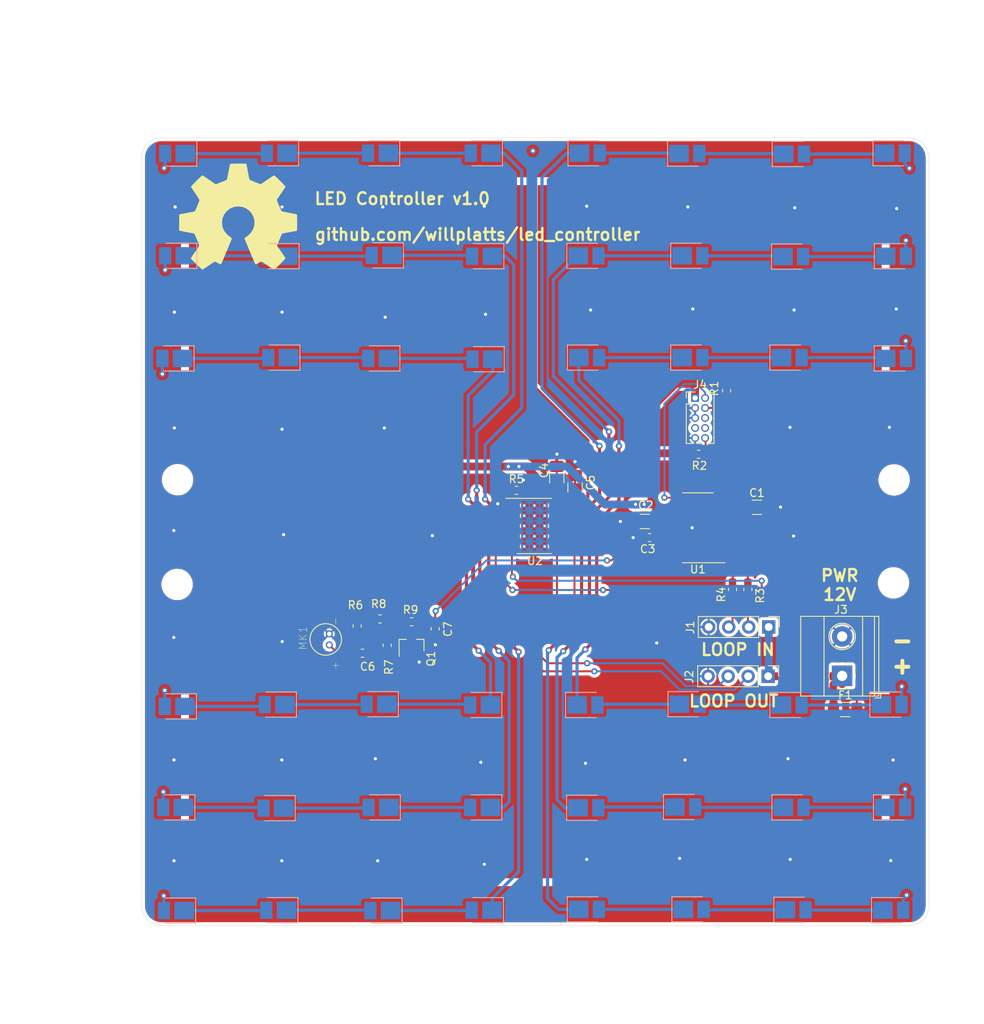
<source format=kicad_pcb>
(kicad_pcb (version 20171130) (host pcbnew "(5.1.2-1)-1")
  (layers (0 F.Cu mixed) (31 B.Cu mixed) (34 B.Paste user) (35 F.Paste user) (36 B.SilkS user) (37 F.SilkS user) (38 B.Mask user) (39 F.Mask user) (44 Edge.Cuts user))
  (net 0 "")
  (net 1 GND)
  (net 2 /nRESET)
  (net 3 +3V3)
  (net 4 "Net-(C5-Pad1)")
  (net 5 "Net-(C6-Pad1)")
  (net 6 "Net-(C6-Pad2)")
  (net 7 /MIC_IN)
  (net 8 "Net-(D1-Pad1)")
  (net 9 "Net-(D2-Pad1)")
  (net 10 "Net-(D3-Pad1)")
  (net 11 "Net-(D4-Pad1)")
  (net 12 "Net-(D5-Pad1)")
  (net 13 "Net-(D6-Pad1)")
  (net 14 "Net-(D7-Pad1)")
  (net 15 "Net-(D8-Pad1)")
  (net 16 "Net-(D10-Pad2)")
  (net 17 "Net-(D10-Pad1)")
  (net 18 "Net-(D11-Pad1)")
  (net 19 "Net-(D12-Pad1)")
  (net 20 "Net-(D13-Pad1)")
  (net 21 "Net-(D14-Pad1)")
  (net 22 "Net-(D15-Pad1)")
  (net 23 "Net-(D16-Pad1)")
  (net 24 "Net-(D17-Pad1)")
  (net 25 "Net-(D18-Pad1)")
  (net 26 "Net-(D19-Pad1)")
  (net 27 "Net-(D20-Pad1)")
  (net 28 "Net-(D21-Pad1)")
  (net 29 "Net-(D22-Pad1)")
  (net 30 "Net-(D23-Pad1)")
  (net 31 "Net-(D24-Pad1)")
  (net 32 "Net-(D25-Pad1)")
  (net 33 "Net-(D26-Pad1)")
  (net 34 "Net-(D27-Pad1)")
  (net 35 "Net-(D28-Pad1)")
  (net 36 "Net-(D29-Pad1)")
  (net 37 "Net-(D30-Pad1)")
  (net 38 "Net-(D31-Pad1)")
  (net 39 "Net-(D32-Pad1)")
  (net 40 "Net-(D33-Pad1)")
  (net 41 "Net-(D34-Pad1)")
  (net 42 "Net-(D35-Pad1)")
  (net 43 "Net-(D36-Pad1)")
  (net 44 "Net-(D37-Pad1)")
  (net 45 "Net-(D38-Pad1)")
  (net 46 "Net-(D39-Pad1)")
  (net 47 "Net-(D40-Pad1)")
  (net 48 "Net-(D41-Pad1)")
  (net 49 "Net-(D42-Pad1)")
  (net 50 "Net-(D43-Pad1)")
  (net 51 "Net-(D44-Pad1)")
  (net 52 "Net-(D45-Pad1)")
  (net 53 "Net-(D46-Pad1)")
  (net 54 "Net-(D47-Pad1)")
  (net 55 "Net-(D48-Pad1)")
  (net 56 "Net-(F1-Pad1)")
  (net 57 /CLK_IN)
  (net 58 /DAT_IN)
  (net 59 /DAT_OUT)
  (net 60 /CLK_OUT)
  (net 61 /SWDIO)
  (net 62 /SWCLK)
  (net 63 "Net-(J4-Pad6)")
  (net 64 "Net-(J4-Pad7)")
  (net 65 "Net-(J4-Pad8)")
  (net 66 "Net-(Q1-Pad3)")
  (net 67 /SCK)
  (net 68 /MOSI)
  (net 69 "Net-(R5-Pad1)")
  (net 70 "Net-(U1-Pad1)")
  (net 71 "Net-(U1-Pad4)")
  (net 72 "Net-(U1-Pad5)")
  (net 73 "Net-(U1-Pad9)")
  (net 74 "Net-(U1-Pad10)")
  (net 75 "Net-(U1-Pad14)")
  (module Package_SO:HTSSOP-20-1EP_4.4x6.5mm_P0.65mm_EP3.4x6.5mm_Mask2.75x3.43mm_ThermalVias (layer F.Cu) (at 147.8875 86.775)
    (fp_text reference U2 (at 0.0625 4.425) (layer F.SilkS))
    (fp_text value TLC5971PWP)
    (pad 21 smd roundrect (at 0 0) (size 3.4 6.5) (layers F.Cu) (roundrect_rratio 0.07400000000000001) (net 1 GND) (thermal_gap 1))
    (pad 21 thru_hole circle (at -1.3 -2.6) (size 0.6 0.6) (drill 0.3) (layers *.Cu) (net 1 GND))
    (pad 21 thru_hole circle (at 0 -2.6) (size 0.6 0.6) (drill 0.3) (layers *.Cu) (net 1 GND))
    (pad 21 thru_hole circle (at 1.3 -2.6) (size 0.6 0.6) (drill 0.3) (layers *.Cu) (net 1 GND))
    (pad 21 thru_hole circle (at -1.3 -1.3) (size 0.6 0.6) (drill 0.3) (layers *.Cu) (net 1 GND))
    (pad 21 thru_hole circle (at 0 -1.3) (size 0.6 0.6) (drill 0.3) (layers *.Cu) (net 1 GND))
    (pad 21 thru_hole circle (at 1.3 -1.3) (size 0.6 0.6) (drill 0.3) (layers *.Cu) (net 1 GND))
    (pad 21 thru_hole circle (at -1.3 0) (size 0.6 0.6) (drill 0.3) (layers *.Cu) (net 1 GND))
    (pad 21 thru_hole circle (at 0 0) (size 0.6 0.6) (drill 0.3) (layers *.Cu) (net 1 GND))
    (pad 21 thru_hole circle (at 1.3 0) (size 0.6 0.6) (drill 0.3) (layers *.Cu) (net 1 GND))
    (pad 21 thru_hole circle (at -1.3 1.3) (size 0.6 0.6) (drill 0.3) (layers *.Cu) (net 1 GND))
    (pad 21 thru_hole circle (at 0 1.3) (size 0.6 0.6) (drill 0.3) (layers *.Cu) (net 1 GND))
    (pad 21 thru_hole circle (at 1.3 1.3) (size 0.6 0.6) (drill 0.3) (layers *.Cu) (net 1 GND))
    (pad 21 thru_hole circle (at -1.3 2.6) (size 0.6 0.6) (drill 0.3) (layers *.Cu) (net 1 GND))
    (pad 21 thru_hole circle (at 0 2.6) (size 0.6 0.6) (drill 0.3) (layers *.Cu) (net 1 GND))
    (pad 21 thru_hole circle (at 1.3 2.6) (size 0.6 0.6) (drill 0.3) (layers *.Cu) (net 1 GND))
    (pad 21 smd roundrect (at 0 0) (size 3.2 5.8) (layers F.Cu) (roundrect_rratio 0.078) (net 1 GND))
    (pad 1 smd roundrect (at -2.8625 -2.925) (size 1.575 0.4) (layers F.Cu F.Paste F.Mask) (net 69 "Net-(R5-Pad1)"))
    (pad 2 smd roundrect (at -2.8625 -2.275) (size 1.575 0.4) (layers F.Cu F.Paste F.Mask) (net 1 GND))
    (pad 3 smd roundrect (at -2.8625 -1.625) (size 1.575 0.4) (layers F.Cu F.Paste F.Mask) (net 11 "Net-(D4-Pad1)"))
    (pad 4 smd roundrect (at -2.8625 -0.975) (size 1.575 0.4) (layers F.Cu F.Paste F.Mask) (net 15 "Net-(D8-Pad1)"))
    (pad 5 smd roundrect (at -2.8625 -0.325) (size 1.575 0.4) (layers F.Cu F.Paste F.Mask) (net 19 "Net-(D12-Pad1)"))
    (pad 6 smd roundrect (at -2.8625 0.325) (size 1.575 0.4) (layers F.Cu F.Paste F.Mask) (net 23 "Net-(D16-Pad1)"))
    (pad 7 smd roundrect (at -2.8625 0.975) (size 1.575 0.4) (layers F.Cu F.Paste F.Mask) (net 27 "Net-(D20-Pad1)"))
    (pad 8 smd roundrect (at -2.8625 1.625) (size 1.575 0.4) (layers F.Cu F.Paste F.Mask) (net 31 "Net-(D24-Pad1)"))
    (pad 9 smd roundrect (at -2.8625 2.275) (size 1.575 0.4) (layers F.Cu F.Paste F.Mask) (net 58 /DAT_IN))
    (pad 10 smd roundrect (at -2.8625 2.925) (size 1.575 0.4) (layers F.Cu F.Paste F.Mask) (net 57 /CLK_IN))
    (pad 11 smd roundrect (at 2.8625 2.925) (size 1.575 0.4) (layers F.Cu F.Paste F.Mask) (net 60 /CLK_OUT))
    (pad 12 smd roundrect (at 2.8625 2.275) (size 1.575 0.4) (layers F.Cu F.Paste F.Mask) (net 59 /DAT_OUT))
    (pad 13 smd roundrect (at 2.8625 1.625) (size 1.575 0.4) (layers F.Cu F.Paste F.Mask) (net 35 "Net-(D28-Pad1)"))
    (pad 14 smd roundrect (at 2.8625 0.975) (size 1.575 0.4) (layers F.Cu F.Paste F.Mask) (net 39 "Net-(D32-Pad1)"))
    (pad 15 smd roundrect (at 2.8625 0.325) (size 1.575 0.4) (layers F.Cu F.Paste F.Mask) (net 43 "Net-(D36-Pad1)"))
    (pad 16 smd roundrect (at 2.8625 -0.325) (size 1.575 0.4) (layers F.Cu F.Paste F.Mask) (net 47 "Net-(D40-Pad1)"))
    (pad 17 smd roundrect (at 2.8625 -0.975) (size 1.575 0.4) (layers F.Cu F.Paste F.Mask) (net 51 "Net-(D44-Pad1)"))
    (pad 18 smd roundrect (at 2.8625 -1.625) (size 1.575 0.4) (layers F.Cu F.Paste F.Mask) (net 55 "Net-(D48-Pad1)"))
    (pad 19 smd roundrect (at 2.8625 -2.275) (size 1.575 0.4) (layers F.Cu F.Paste F.Mask) (net 4 "Net-(C5-Pad1)"))
    (pad 20 smd roundrect (at 2.8625 -2.925) (size 1.575 0.4) (layers F.Cu F.Paste F.Mask) (net 3 +3V3))
  )
  (module OSHW_logo:OSHW_logo_silkscreen-front_15mm (layer F.Cu) (at 110.25 47.5)
    (fp_text reference G*** hide)
    (fp_text value OSHW_logo_silkscreen-front_15mm hide)
  )
  (module Connector_PinHeader_2.54mm:PinHeader_1x04_P2.54mm_Vertical (layer F.Cu) (at 177.575 105.85 270)
    (fp_text reference J2 (at 0.075 10.025 90) (layer F.SilkS))
    (fp_text value Conn_01x04_Female)
    (pad 4 thru_hole oval (at 0 7.62 270) (size 1.7 1.7) (drill 1) (layers *.Cu *.Mask) (net 1 GND))
    (pad 3 thru_hole oval (at 0 5.08 270) (size 1.7 1.7) (drill 1) (layers *.Cu *.Mask) (net 59 /DAT_OUT))
    (pad 2 thru_hole oval (at 0 2.54 270) (size 1.7 1.7) (drill 1) (layers *.Cu *.Mask) (net 60 /CLK_OUT))
    (pad 1 thru_hole rect (at 0 0 270) (size 1.7 1.7) (drill 1) (layers *.Cu *.Mask) (net 56 "Net-(F1-Pad1)"))
  )
  (module Capacitor_SMD:C_1206_3216Metric_Pad1.42x1.75mm_HandSolder (layer F.Cu) (at 176.15 84.4)
    (fp_text reference C1 (at 0 -1.82) (layer F.SilkS))
    (fp_text value 4.7u)
    (pad 2 smd roundrect (at 1.4875 0) (size 1.425 1.75) (layers F.Cu F.Paste F.Mask) (roundrect_rratio 0.175439) (net 1 GND))
    (pad 1 smd roundrect (at -1.4875 0) (size 1.425 1.75) (layers F.Cu F.Paste F.Mask) (roundrect_rratio 0.175439) (net 2 /nRESET))
  )
  (module Capacitor_SMD:C_1206_3216Metric_Pad1.42x1.75mm_HandSolder (layer F.Cu) (at 161.9125 86.2 180)
    (fp_text reference C2 (at -0.1125 2.05) (layer F.SilkS))
    (fp_text value 4.7u)
    (pad 1 smd roundrect (at -1.4875 0 180) (size 1.425 1.75) (layers F.Cu F.Paste F.Mask) (roundrect_rratio 0.175439) (net 3 +3V3))
    (pad 2 smd roundrect (at 1.4875 0 180) (size 1.425 1.75) (layers F.Cu F.Paste F.Mask) (roundrect_rratio 0.175439) (net 1 GND))
  )
  (module Capacitor_SMD:C_0603_1608Metric_Pad1.05x0.95mm_HandSolder (layer F.Cu) (at 162.5 88.25 180)
    (fp_text reference C3 (at 0.225 -1.45) (layer F.SilkS))
    (fp_text value 100n)
    (pad 2 smd roundrect (at 0.875 0 180) (size 1.05 0.95) (layers F.Cu F.Paste F.Mask) (net 1 GND))
    (pad 1 smd roundrect (at -0.875 0 180) (size 1.05 0.95) (layers F.Cu F.Paste F.Mask) (net 3 +3V3))
  )
  (module Capacitor_SMD:C_1206_3216Metric_Pad1.42x1.75mm_HandSolder (layer F.Cu) (at 150.725 80.7 90)
    (fp_text reference C4 (at 0.975 -1.625 90) (layer F.SilkS))
    (fp_text value 4.7u)
    (pad 2 smd roundrect (at 1.4875 0 90) (size 1.425 1.75) (layers F.Cu F.Paste F.Mask) (roundrect_rratio 0.175439) (net 1 GND))
    (pad 1 smd roundrect (at -1.4875 0 90) (size 1.425 1.75) (layers F.Cu F.Paste F.Mask) (roundrect_rratio 0.175439) (net 3 +3V3))
  )
  (module Capacitor_SMD:C_1206_3216Metric_Pad1.42x1.75mm_HandSolder (layer F.Cu) (at 153.05 81.875 90)
    (fp_text reference C5 (at 0.6 1.975 90) (layer F.SilkS))
    (fp_text value 4.7u)
    (pad 1 smd roundrect (at -1.4875 0 90) (size 1.425 1.75) (layers F.Cu F.Paste F.Mask) (roundrect_rratio 0.175439) (net 4 "Net-(C5-Pad1)"))
    (pad 2 smd roundrect (at 1.4875 0 90) (size 1.425 1.75) (layers F.Cu F.Paste F.Mask) (roundrect_rratio 0.175439) (net 1 GND))
  )
  (module Capacitor_SMD:C_0603_1608Metric_Pad1.05x0.95mm_HandSolder (layer F.Cu) (at 126.05 102.925 180)
    (fp_text reference C6 (at -0.65 -1.7) (layer F.SilkS))
    (fp_text value 100n)
    (pad 1 smd roundrect (at -0.875 0 180) (size 1.05 0.95) (layers F.Cu F.Paste F.Mask) (net 5 "Net-(C6-Pad1)"))
    (pad 2 smd roundrect (at 0.875 0 180) (size 1.05 0.95) (layers F.Cu F.Paste F.Mask) (net 6 "Net-(C6-Pad2)"))
  )
  (module Capacitor_SMD:C_0603_1608Metric_Pad1.05x0.95mm_HandSolder (layer F.Cu) (at 135.275 99.825 90)
    (fp_text reference C7 (at -0.05 1.625 90) (layer F.SilkS))
    (fp_text value 100n)
    (pad 1 smd roundrect (at -0.875 0 90) (size 1.05 0.95) (layers F.Cu F.Paste F.Mask) (net 1 GND))
    (pad 2 smd roundrect (at 0.875 0 90) (size 1.05 0.95) (layers F.Cu F.Paste F.Mask) (net 7 /MIC_IN))
  )
  (module LED_SMD:LED_PLCC_2835_Handsoldering (layer B.Cu) (at 102.5 39.5 180)
    (fp_text reference D1 hide)
    (fp_text value LED_Small)
    (pad 2 smd rect (at 1.525 0 180) (size 1.55 2.2) (layers B.Cu B.Paste B.Mask) (net 4 "Net-(C5-Pad1)"))
    (pad 1 smd rect (at -1.05 0 180) (size 2.5 2.2) (layers B.Cu B.Paste B.Mask) (net 8 "Net-(D1-Pad1)"))
  )
  (module LED_SMD:LED_PLCC_2835_Handsoldering (layer B.Cu) (at 115.425 39.45 180)
    (fp_text reference D2 hide)
    (fp_text value LED_Small)
    (pad 1 smd rect (at -1.05 0 180) (size 2.5 2.2) (layers B.Cu B.Paste B.Mask) (net 9 "Net-(D2-Pad1)"))
    (pad 2 smd rect (at 1.525 0 180) (size 1.55 2.2) (layers B.Cu B.Paste B.Mask) (net 8 "Net-(D1-Pad1)"))
  )
  (module LED_SMD:LED_PLCC_2835_Handsoldering (layer B.Cu) (at 128.275 39.45 180)
    (fp_text reference D3 hide)
    (fp_text value LED_Small)
    (pad 2 smd rect (at 1.525 0 180) (size 1.55 2.2) (layers B.Cu B.Paste B.Mask) (net 9 "Net-(D2-Pad1)"))
    (pad 1 smd rect (at -1.05 0 180) (size 2.5 2.2) (layers B.Cu B.Paste B.Mask) (net 10 "Net-(D3-Pad1)"))
  )
  (module LED_SMD:LED_PLCC_2835_Handsoldering (layer B.Cu) (at 141.325 39.45 180)
    (fp_text reference D4 hide)
    (fp_text value LED_Small)
    (pad 1 smd rect (at -1.05 0 180) (size 2.5 2.2) (layers B.Cu B.Paste B.Mask) (net 11 "Net-(D4-Pad1)"))
    (pad 2 smd rect (at 1.525 0 180) (size 1.55 2.2) (layers B.Cu B.Paste B.Mask) (net 10 "Net-(D3-Pad1)"))
  )
  (module LED_SMD:LED_PLCC_2835_Handsoldering (layer B.Cu) (at 102.5 52.475 180)
    (fp_text reference D5 hide)
    (fp_text value LED_Small)
    (pad 1 smd rect (at -1.05 0 180) (size 2.5 2.2) (layers B.Cu B.Paste B.Mask) (net 12 "Net-(D5-Pad1)"))
    (pad 2 smd rect (at 1.525 0 180) (size 1.55 2.2) (layers B.Cu B.Paste B.Mask) (net 4 "Net-(C5-Pad1)"))
  )
  (module LED_SMD:LED_PLCC_2835_Handsoldering (layer B.Cu) (at 115.5 52.525 180)
    (fp_text reference D6 hide)
    (fp_text value LED_Small)
    (pad 2 smd rect (at 1.525 0 180) (size 1.55 2.2) (layers B.Cu B.Paste B.Mask) (net 12 "Net-(D5-Pad1)"))
    (pad 1 smd rect (at -1.05 0 180) (size 2.5 2.2) (layers B.Cu B.Paste B.Mask) (net 13 "Net-(D6-Pad1)"))
  )
  (module LED_SMD:LED_PLCC_2835_Handsoldering (layer B.Cu) (at 128.75 52.425 180)
    (fp_text reference D7 hide)
    (fp_text value LED_Small)
    (pad 2 smd rect (at 1.525 0 180) (size 1.55 2.2) (layers B.Cu B.Paste B.Mask) (net 13 "Net-(D6-Pad1)"))
    (pad 1 smd rect (at -1.05 0 180) (size 2.5 2.2) (layers B.Cu B.Paste B.Mask) (net 14 "Net-(D7-Pad1)"))
  )
  (module LED_SMD:LED_PLCC_2835_Handsoldering (layer B.Cu) (at 141.5 52.525 180)
    (fp_text reference D8 hide)
    (fp_text value LED_Small)
    (pad 1 smd rect (at -1.05 0 180) (size 2.5 2.2) (layers B.Cu B.Paste B.Mask) (net 15 "Net-(D8-Pad1)"))
    (pad 2 smd rect (at 1.525 0 180) (size 1.55 2.2) (layers B.Cu B.Paste B.Mask) (net 14 "Net-(D7-Pad1)"))
  )
  (module LED_SMD:LED_PLCC_2835_Handsoldering (layer B.Cu) (at 102.15 65.5 180)
    (fp_text reference D9 hide)
    (fp_text value LED_Small)
    (pad 1 smd rect (at -1.05 0 180) (size 2.5 2.2) (layers B.Cu B.Paste B.Mask) (net 16 "Net-(D10-Pad2)"))
    (pad 2 smd rect (at 1.525 0 180) (size 1.55 2.2) (layers B.Cu B.Paste B.Mask) (net 4 "Net-(C5-Pad1)"))
  )
  (module LED_SMD:LED_PLCC_2835_Handsoldering (layer B.Cu) (at 115.6 65.4 180)
    (fp_text reference D10 hide)
    (fp_text value LED_Small)
    (pad 2 smd rect (at 1.525 0 180) (size 1.55 2.2) (layers B.Cu B.Paste B.Mask) (net 16 "Net-(D10-Pad2)"))
    (pad 1 smd rect (at -1.05 0 180) (size 2.5 2.2) (layers B.Cu B.Paste B.Mask) (net 17 "Net-(D10-Pad1)"))
  )
  (module LED_SMD:LED_PLCC_2835_Handsoldering (layer B.Cu) (at 128.3 65.5 180)
    (fp_text reference D11 hide)
    (fp_text value LED_Small)
    (pad 1 smd rect (at -1.05 0 180) (size 2.5 2.2) (layers B.Cu B.Paste B.Mask) (net 18 "Net-(D11-Pad1)"))
    (pad 2 smd rect (at 1.525 0 180) (size 1.55 2.2) (layers B.Cu B.Paste B.Mask) (net 17 "Net-(D10-Pad1)"))
  )
  (module LED_SMD:LED_PLCC_2835_Handsoldering (layer B.Cu) (at 141.55 65.6 180)
    (fp_text reference D12 hide)
    (fp_text value LED_Small)
    (pad 2 smd rect (at 1.525 0 180) (size 1.55 2.2) (layers B.Cu B.Paste B.Mask) (net 18 "Net-(D11-Pad1)"))
    (pad 1 smd rect (at -1.05 0 180) (size 2.5 2.2) (layers B.Cu B.Paste B.Mask) (net 19 "Net-(D12-Pad1)"))
  )
  (module LED_SMD:LED_PLCC_2835_Handsoldering (layer B.Cu) (at 102.45 109.675 180)
    (fp_text reference D13 hide)
    (fp_text value LED_Small)
    (pad 2 smd rect (at 1.525 0 180) (size 1.55 2.2) (layers B.Cu B.Paste B.Mask) (net 4 "Net-(C5-Pad1)"))
    (pad 1 smd rect (at -1.05 0 180) (size 2.5 2.2) (layers B.Cu B.Paste B.Mask) (net 20 "Net-(D13-Pad1)"))
  )
  (module LED_SMD:LED_PLCC_2835_Handsoldering (layer B.Cu) (at 115.15 109.45 180)
    (fp_text reference D14 hide)
    (fp_text value LED_Small)
    (pad 1 smd rect (at -1.05 0 180) (size 2.5 2.2) (layers B.Cu B.Paste B.Mask) (net 21 "Net-(D14-Pad1)"))
    (pad 2 smd rect (at 1.525 0 180) (size 1.55 2.2) (layers B.Cu B.Paste B.Mask) (net 20 "Net-(D13-Pad1)"))
  )
  (module LED_SMD:LED_PLCC_2835_Handsoldering (layer B.Cu) (at 128.1 109.4 180)
    (fp_text reference D15 hide)
    (fp_text value LED_Small)
    (pad 2 smd rect (at 1.525 0 180) (size 1.55 2.2) (layers B.Cu B.Paste B.Mask) (net 21 "Net-(D14-Pad1)"))
    (pad 1 smd rect (at -1.05 0 180) (size 2.5 2.2) (layers B.Cu B.Paste B.Mask) (net 22 "Net-(D15-Pad1)"))
  )
  (module LED_SMD:LED_PLCC_2835_Handsoldering (layer B.Cu) (at 141.25 109.5 180)
    (fp_text reference D16 hide)
    (fp_text value LED_Small)
    (pad 1 smd rect (at -1.05 0 180) (size 2.5 2.2) (layers B.Cu B.Paste B.Mask) (net 23 "Net-(D16-Pad1)"))
    (pad 2 smd rect (at 1.525 0 180) (size 1.55 2.2) (layers B.Cu B.Paste B.Mask) (net 22 "Net-(D15-Pad1)"))
  )
  (module LED_SMD:LED_PLCC_2835_Handsoldering (layer B.Cu) (at 102.25 122.5 180)
    (fp_text reference D17 hide)
    (fp_text value LED_Small)
    (pad 2 smd rect (at 1.525 0 180) (size 1.55 2.2) (layers B.Cu B.Paste B.Mask) (net 4 "Net-(C5-Pad1)"))
    (pad 1 smd rect (at -1.05 0 180) (size 2.5 2.2) (layers B.Cu B.Paste B.Mask) (net 24 "Net-(D17-Pad1)"))
  )
  (module LED_SMD:LED_PLCC_2835_Handsoldering (layer B.Cu) (at 115 122.6 180)
    (fp_text reference D18 hide)
    (fp_text value LED_Small)
    (pad 1 smd rect (at -1.05 0 180) (size 2.5 2.2) (layers B.Cu B.Paste B.Mask) (net 25 "Net-(D18-Pad1)"))
    (pad 2 smd rect (at 1.525 0 180) (size 1.55 2.2) (layers B.Cu B.Paste B.Mask) (net 24 "Net-(D17-Pad1)"))
  )
  (module LED_SMD:LED_PLCC_2835_Handsoldering (layer B.Cu) (at 128.35 122.5 180)
    (fp_text reference D19 hide)
    (fp_text value LED_Small)
    (pad 2 smd rect (at 1.525 0 180) (size 1.55 2.2) (layers B.Cu B.Paste B.Mask) (net 25 "Net-(D18-Pad1)"))
    (pad 1 smd rect (at -1.05 0 180) (size 2.5 2.2) (layers B.Cu B.Paste B.Mask) (net 26 "Net-(D19-Pad1)"))
  )
  (module LED_SMD:LED_PLCC_2835_Handsoldering (layer B.Cu) (at 141.25 122.5 180)
    (fp_text reference D20 hide)
    (fp_text value LED_Small)
    (pad 1 smd rect (at -1.05 0 180) (size 2.5 2.2) (layers B.Cu B.Paste B.Mask) (net 27 "Net-(D20-Pad1)"))
    (pad 2 smd rect (at 1.525 0 180) (size 1.55 2.2) (layers B.Cu B.Paste B.Mask) (net 26 "Net-(D19-Pad1)"))
  )
  (module LED_SMD:LED_PLCC_2835_Handsoldering (layer B.Cu) (at 102.35 135.6 180)
    (fp_text reference D21 hide)
    (fp_text value LED_Small)
    (pad 2 smd rect (at 1.525 0 180) (size 1.55 2.2) (layers B.Cu B.Paste B.Mask) (net 4 "Net-(C5-Pad1)"))
    (pad 1 smd rect (at -1.05 0 180) (size 2.5 2.2) (layers B.Cu B.Paste B.Mask) (net 28 "Net-(D21-Pad1)"))
  )
  (module LED_SMD:LED_PLCC_2835_Handsoldering (layer B.Cu) (at 115.35 135.55 180)
    (fp_text reference D22 hide)
    (fp_text value LED_Small)
    (pad 1 smd rect (at -1.05 0 180) (size 2.5 2.2) (layers B.Cu B.Paste B.Mask) (net 29 "Net-(D22-Pad1)"))
    (pad 2 smd rect (at 1.525 0 180) (size 1.55 2.2) (layers B.Cu B.Paste B.Mask) (net 28 "Net-(D21-Pad1)"))
  )
  (module LED_SMD:LED_PLCC_2835_Handsoldering (layer B.Cu) (at 128.575 135.6 180)
    (fp_text reference D23 hide)
    (fp_text value LED_Small)
    (pad 2 smd rect (at 1.525 0 180) (size 1.55 2.2) (layers B.Cu B.Paste B.Mask) (net 29 "Net-(D22-Pad1)"))
    (pad 1 smd rect (at -1.05 0 180) (size 2.5 2.2) (layers B.Cu B.Paste B.Mask) (net 30 "Net-(D23-Pad1)"))
  )
  (module LED_SMD:LED_PLCC_2835_Handsoldering (layer B.Cu) (at 141.45 135.55 180)
    (fp_text reference D24 hide)
    (fp_text value LED_Small)
    (pad 1 smd rect (at -1.05 0 180) (size 2.5 2.2) (layers B.Cu B.Paste B.Mask) (net 31 "Net-(D24-Pad1)"))
    (pad 2 smd rect (at 1.525 0 180) (size 1.55 2.2) (layers B.Cu B.Paste B.Mask) (net 30 "Net-(D23-Pad1)"))
  )
  (module LED_SMD:LED_PLCC_2835_Handsoldering (layer B.Cu) (at 193.2 135.55)
    (fp_text reference D25 hide)
    (fp_text value LED_Small)
    (pad 2 smd rect (at 1.525 0) (size 1.55 2.2) (layers B.Cu B.Paste B.Mask) (net 4 "Net-(C5-Pad1)"))
    (pad 1 smd rect (at -1.05 0) (size 2.5 2.2) (layers B.Cu B.Paste B.Mask) (net 32 "Net-(D25-Pad1)"))
  )
  (module LED_SMD:LED_PLCC_2835_Handsoldering (layer B.Cu) (at 180.8 135.5)
    (fp_text reference D26 hide)
    (fp_text value LED_Small)
    (pad 1 smd rect (at -1.05 0) (size 2.5 2.2) (layers B.Cu B.Paste B.Mask) (net 33 "Net-(D26-Pad1)"))
    (pad 2 smd rect (at 1.525 0) (size 1.55 2.2) (layers B.Cu B.Paste B.Mask) (net 32 "Net-(D25-Pad1)"))
  )
  (module LED_SMD:LED_PLCC_2835_Handsoldering (layer B.Cu) (at 167.85 135.45)
    (fp_text reference D27 hide)
    (fp_text value LED_Small)
    (pad 2 smd rect (at 1.525 0) (size 1.55 2.2) (layers B.Cu B.Paste B.Mask) (net 33 "Net-(D26-Pad1)"))
    (pad 1 smd rect (at -1.05 0) (size 2.5 2.2) (layers B.Cu B.Paste B.Mask) (net 34 "Net-(D27-Pad1)"))
  )
  (module LED_SMD:LED_PLCC_2835_Handsoldering (layer B.Cu) (at 154.55 135.45)
    (fp_text reference D28 hide)
    (fp_text value LED_Small)
    (pad 1 smd rect (at -1.05 0) (size 2.5 2.2) (layers B.Cu B.Paste B.Mask) (net 35 "Net-(D28-Pad1)"))
    (pad 2 smd rect (at 1.525 0) (size 1.55 2.2) (layers B.Cu B.Paste B.Mask) (net 34 "Net-(D27-Pad1)"))
  )
  (module LED_SMD:LED_PLCC_2835_Handsoldering (layer B.Cu) (at 193.45 122.5)
    (fp_text reference D29 hide)
    (fp_text value LED_Small)
    (pad 2 smd rect (at 1.525 0) (size 1.55 2.2) (layers B.Cu B.Paste B.Mask) (net 4 "Net-(C5-Pad1)"))
    (pad 1 smd rect (at -1.05 0) (size 2.5 2.2) (layers B.Cu B.Paste B.Mask) (net 36 "Net-(D29-Pad1)"))
  )
  (module LED_SMD:LED_PLCC_2835_Handsoldering (layer B.Cu) (at 180.55 122.5)
    (fp_text reference D30 hide)
    (fp_text value LED_Small)
    (pad 1 smd rect (at -1.05 0) (size 2.5 2.2) (layers B.Cu B.Paste B.Mask) (net 37 "Net-(D30-Pad1)"))
    (pad 2 smd rect (at 1.525 0) (size 1.55 2.2) (layers B.Cu B.Paste B.Mask) (net 36 "Net-(D29-Pad1)"))
  )
  (module LED_SMD:LED_PLCC_2835_Handsoldering (layer B.Cu) (at 166.775 122.45)
    (fp_text reference D31 hide)
    (fp_text value LED_Small)
    (pad 2 smd rect (at 1.525 0) (size 1.55 2.2) (layers B.Cu B.Paste B.Mask) (net 37 "Net-(D30-Pad1)"))
    (pad 1 smd rect (at -1.05 0) (size 2.5 2.2) (layers B.Cu B.Paste B.Mask) (net 38 "Net-(D31-Pad1)"))
  )
  (module LED_SMD:LED_PLCC_2835_Handsoldering (layer B.Cu) (at 154.475 122.55)
    (fp_text reference D32 hide)
    (fp_text value LED_Small)
    (pad 1 smd rect (at -1.05 0) (size 2.5 2.2) (layers B.Cu B.Paste B.Mask) (net 39 "Net-(D32-Pad1)"))
    (pad 2 smd rect (at 1.525 0) (size 1.55 2.2) (layers B.Cu B.Paste B.Mask) (net 38 "Net-(D31-Pad1)"))
  )
  (module LED_SMD:LED_PLCC_2835_Handsoldering (layer B.Cu) (at 193 109.45)
    (fp_text reference D33 hide)
    (fp_text value LED_Small)
    (pad 2 smd rect (at 1.525 0) (size 1.55 2.2) (layers B.Cu B.Paste B.Mask) (net 4 "Net-(C5-Pad1)"))
    (pad 1 smd rect (at -1.05 0) (size 2.5 2.2) (layers B.Cu B.Paste B.Mask) (net 40 "Net-(D33-Pad1)"))
  )
  (module LED_SMD:LED_PLCC_2835_Handsoldering (layer B.Cu) (at 180.3 109.5)
    (fp_text reference D34 hide)
    (fp_text value LED_Small)
    (pad 1 smd rect (at -1.05 0) (size 2.5 2.2) (layers B.Cu B.Paste B.Mask) (net 41 "Net-(D34-Pad1)"))
    (pad 2 smd rect (at 1.525 0) (size 1.55 2.2) (layers B.Cu B.Paste B.Mask) (net 40 "Net-(D33-Pad1)"))
  )
  (module LED_SMD:LED_PLCC_2835_Handsoldering (layer B.Cu) (at 167.35 109.4)
    (fp_text reference D35 hide)
    (fp_text value LED_Small)
    (pad 2 smd rect (at 1.525 0) (size 1.55 2.2) (layers B.Cu B.Paste B.Mask) (net 41 "Net-(D34-Pad1)"))
    (pad 1 smd rect (at -1.05 0) (size 2.5 2.2) (layers B.Cu B.Paste B.Mask) (net 42 "Net-(D35-Pad1)"))
  )
  (module LED_SMD:LED_PLCC_2835_Handsoldering (layer B.Cu) (at 154.35 109.5)
    (fp_text reference D36 hide)
    (fp_text value LED_Small)
    (pad 1 smd rect (at -1.05 0) (size 2.5 2.2) (layers B.Cu B.Paste B.Mask) (net 43 "Net-(D36-Pad1)"))
    (pad 2 smd rect (at 1.525 0) (size 1.55 2.2) (layers B.Cu B.Paste B.Mask) (net 42 "Net-(D35-Pad1)"))
  )
  (module LED_SMD:LED_PLCC_2835_Handsoldering (layer B.Cu) (at 193.55 65.5)
    (fp_text reference D37 hide)
    (fp_text value LED_Small)
    (pad 2 smd rect (at 1.525 0) (size 1.55 2.2) (layers B.Cu B.Paste B.Mask) (net 4 "Net-(C5-Pad1)"))
    (pad 1 smd rect (at -1.05 0) (size 2.5 2.2) (layers B.Cu B.Paste B.Mask) (net 44 "Net-(D37-Pad1)"))
  )
  (module LED_SMD:LED_PLCC_2835_Handsoldering (layer B.Cu) (at 180.3 65.4)
    (fp_text reference D38 hide)
    (fp_text value LED_Small)
    (pad 1 smd rect (at -1.05 0) (size 2.5 2.2) (layers B.Cu B.Paste B.Mask) (net 45 "Net-(D38-Pad1)"))
    (pad 2 smd rect (at 1.525 0) (size 1.55 2.2) (layers B.Cu B.Paste B.Mask) (net 44 "Net-(D37-Pad1)"))
  )
  (module LED_SMD:LED_PLCC_2835_Handsoldering (layer B.Cu) (at 167.7 65.4)
    (fp_text reference D39 hide)
    (fp_text value LED_Small)
    (pad 2 smd rect (at 1.525 0) (size 1.55 2.2) (layers B.Cu B.Paste B.Mask) (net 45 "Net-(D38-Pad1)"))
    (pad 1 smd rect (at -1.05 0) (size 2.5 2.2) (layers B.Cu B.Paste B.Mask) (net 46 "Net-(D39-Pad1)"))
  )
  (module LED_SMD:LED_PLCC_2835_Handsoldering (layer B.Cu) (at 154.575 65.4)
    (fp_text reference D40 hide)
    (fp_text value LED_Small)
    (pad 1 smd rect (at -1.05 0) (size 2.5 2.2) (layers B.Cu B.Paste B.Mask) (net 47 "Net-(D40-Pad1)"))
    (pad 2 smd rect (at 1.525 0) (size 1.55 2.2) (layers B.Cu B.Paste B.Mask) (net 46 "Net-(D39-Pad1)"))
  )
  (module LED_SMD:LED_PLCC_2835_Handsoldering (layer B.Cu) (at 193.55 52.525)
    (fp_text reference D41 hide)
    (fp_text value LED_Small)
    (pad 2 smd rect (at 1.525 0) (size 1.55 2.2) (layers B.Cu B.Paste B.Mask) (net 4 "Net-(C5-Pad1)"))
    (pad 1 smd rect (at -1.05 0) (size 2.5 2.2) (layers B.Cu B.Paste B.Mask) (net 48 "Net-(D41-Pad1)"))
  )
  (module LED_SMD:LED_PLCC_2835_Handsoldering (layer B.Cu) (at 180.5 52.575)
    (fp_text reference D42 hide)
    (fp_text value LED_Small)
    (pad 1 smd rect (at -1.05 0) (size 2.5 2.2) (layers B.Cu B.Paste B.Mask) (net 49 "Net-(D42-Pad1)"))
    (pad 2 smd rect (at 1.525 0) (size 1.55 2.2) (layers B.Cu B.Paste B.Mask) (net 48 "Net-(D41-Pad1)"))
  )
  (module LED_SMD:LED_PLCC_2835_Handsoldering (layer B.Cu) (at 167.7 52.475)
    (fp_text reference D43 hide)
    (fp_text value LED_Small)
    (pad 2 smd rect (at 1.525 0) (size 1.55 2.2) (layers B.Cu B.Paste B.Mask) (net 49 "Net-(D42-Pad1)"))
    (pad 1 smd rect (at -1.05 0) (size 2.5 2.2) (layers B.Cu B.Paste B.Mask) (net 50 "Net-(D43-Pad1)"))
  )
  (module LED_SMD:LED_PLCC_2835_Handsoldering (layer B.Cu) (at 154.5 52.475)
    (fp_text reference D44 hide)
    (fp_text value LED_Small)
    (pad 1 smd rect (at -1.05 0) (size 2.5 2.2) (layers B.Cu B.Paste B.Mask) (net 51 "Net-(D44-Pad1)"))
    (pad 2 smd rect (at 1.525 0) (size 1.55 2.2) (layers B.Cu B.Paste B.Mask) (net 50 "Net-(D43-Pad1)"))
  )
  (module LED_SMD:LED_PLCC_2835_Handsoldering (layer B.Cu) (at 193.4 39.45)
    (fp_text reference D45 hide)
    (fp_text value LED_Small)
    (pad 2 smd rect (at 1.525 0) (size 1.55 2.2) (layers B.Cu B.Paste B.Mask) (net 4 "Net-(C5-Pad1)"))
    (pad 1 smd rect (at -1.05 0) (size 2.5 2.2) (layers B.Cu B.Paste B.Mask) (net 52 "Net-(D45-Pad1)"))
  )
  (module LED_SMD:LED_PLCC_2835_Handsoldering (layer B.Cu) (at 180.6 39.55)
    (fp_text reference D46 hide)
    (fp_text value LED_Small)
    (pad 1 smd rect (at -1.05 0) (size 2.5 2.2) (layers B.Cu B.Paste B.Mask) (net 53 "Net-(D46-Pad1)"))
    (pad 2 smd rect (at 1.525 0) (size 1.55 2.2) (layers B.Cu B.Paste B.Mask) (net 52 "Net-(D45-Pad1)"))
  )
  (module LED_SMD:LED_PLCC_2835_Handsoldering (layer B.Cu) (at 167.3 39.5)
    (fp_text reference D47 hide)
    (fp_text value LED_Small)
    (pad 2 smd rect (at 1.525 0) (size 1.55 2.2) (layers B.Cu B.Paste B.Mask) (net 53 "Net-(D46-Pad1)"))
    (pad 1 smd rect (at -1.05 0) (size 2.5 2.2) (layers B.Cu B.Paste B.Mask) (net 54 "Net-(D47-Pad1)"))
  )
  (module LED_SMD:LED_PLCC_2835_Handsoldering (layer B.Cu) (at 154.65 39.45)
    (fp_text reference D48 hide)
    (fp_text value LED_Small)
    (pad 1 smd rect (at -1.05 0) (size 2.5 2.2) (layers B.Cu B.Paste B.Mask) (net 55 "Net-(D48-Pad1)"))
    (pad 2 smd rect (at 1.525 0) (size 1.55 2.2) (layers B.Cu B.Paste B.Mask) (net 54 "Net-(D47-Pad1)"))
  )
  (module Connector_PinHeader_2.54mm:PinHeader_1x04_P2.54mm_Vertical (layer F.Cu) (at 177.65 99.6 270)
    (fp_text reference J1 (at 0.05 9.975 90) (layer F.SilkS))
    (fp_text value Conn_01x04_Female)
    (pad 1 thru_hole rect (at 0 0 270) (size 1.7 1.7) (drill 1) (layers *.Cu *.Mask) (net 56 "Net-(F1-Pad1)"))
    (pad 2 thru_hole oval (at 0 2.54 270) (size 1.7 1.7) (drill 1) (layers *.Cu *.Mask) (net 57 /CLK_IN))
    (pad 3 thru_hole oval (at 0 5.08 270) (size 1.7 1.7) (drill 1) (layers *.Cu *.Mask) (net 58 /DAT_IN))
    (pad 4 thru_hole oval (at 0 7.62 270) (size 1.7 1.7) (drill 1) (layers *.Cu *.Mask) (net 1 GND))
  )
  (module TerminalBlock_Phoenix:TerminalBlock_Phoenix_MKDS-1,5-2_1x02_P5.00mm_Horizontal (layer F.Cu) (at 186.975 105.8 90)
    (fp_text reference J3 (at 8.4 -0.15 180) (layer F.SilkS))
    (fp_text value Screw_Terminal_01x02)
    (pad 1 thru_hole rect (at 0 0 90) (size 2.6 2.6) (drill 1.3) (layers *.Cu *.Mask) (net 56 "Net-(F1-Pad1)"))
    (pad 2 thru_hole circle (at 5 0 90) (size 2.6 2.6) (drill 1.3) (layers *.Cu *.Mask) (net 1 GND))
  )
  (module Connector_PinHeader_1.27mm:PinHeader_2x05_P1.27mm_Vertical (layer F.Cu) (at 168.3 70.525)
    (fp_text reference J4 (at 0.635 -1.695) (layer F.SilkS))
    (fp_text value Conn_ARM_JTAG_SWD_10)
    (pad 1 thru_hole rect (at 0 0) (size 1 1) (drill 0.65) (layers *.Cu *.Mask) (net 3 +3V3))
    (pad 2 thru_hole oval (at 1.27 0) (size 1 1) (drill 0.65) (layers *.Cu *.Mask) (net 61 /SWDIO))
    (pad 3 thru_hole oval (at 0 1.27) (size 1 1) (drill 0.65) (layers *.Cu *.Mask) (net 1 GND))
    (pad 4 thru_hole oval (at 1.27 1.27) (size 1 1) (drill 0.65) (layers *.Cu *.Mask) (net 62 /SWCLK))
    (pad 5 thru_hole oval (at 0 2.54) (size 1 1) (drill 0.65) (layers *.Cu *.Mask) (net 1 GND))
    (pad 6 thru_hole oval (at 1.27 2.54) (size 1 1) (drill 0.65) (layers *.Cu *.Mask) (net 63 "Net-(J4-Pad6)"))
    (pad 7 thru_hole oval (at 0 3.81) (size 1 1) (drill 0.65) (layers *.Cu *.Mask) (net 64 "Net-(J4-Pad7)"))
    (pad 8 thru_hole oval (at 1.27 3.81) (size 1 1) (drill 0.65) (layers *.Cu *.Mask) (net 65 "Net-(J4-Pad8)"))
    (pad 9 thru_hole oval (at 0 5.08) (size 1 1) (drill 0.65) (layers *.Cu *.Mask) (net 1 GND))
    (pad 10 thru_hole oval (at 1.27 5.08) (size 1 1) (drill 0.65) (layers *.Cu *.Mask) (net 2 /nRESET))
  )
  (module Package_TO_SOT_SMD:SOT-23 (layer F.Cu) (at 132.275 101.925 90)
    (fp_text reference Q1 (at -1.7 2.475 90) (layer F.SilkS))
    (fp_text value BC817)
    (pad 1 smd rect (at -1 -0.95 90) (size 0.9 0.8) (layers F.Cu F.Paste F.Mask) (net 5 "Net-(C6-Pad1)"))
    (pad 2 smd rect (at -1 0.95 90) (size 0.9 0.8) (layers F.Cu F.Paste F.Mask) (net 1 GND))
    (pad 3 smd rect (at 1 0 90) (size 0.9 0.8) (layers F.Cu F.Paste F.Mask) (net 66 "Net-(Q1-Pad3)"))
  )
  (module Resistor_SMD:R_0603_1608Metric_Pad1.05x0.95mm_HandSolder (layer F.Cu) (at 172.3 69.6 270)
    (fp_text reference R1 (at -0.275 1.575 90) (layer F.SilkS))
    (fp_text value 1k)
    (pad 1 smd roundrect (at -0.875 0 270) (size 1.05 0.95) (layers F.Cu F.Paste F.Mask) (net 3 +3V3))
    (pad 2 smd roundrect (at 0.875 0 270) (size 1.05 0.95) (layers F.Cu F.Paste F.Mask) (net 62 /SWCLK))
  )
  (module Resistor_SMD:R_0603_1608Metric_Pad1.05x0.95mm_HandSolder (layer F.Cu) (at 168.75 77.675)
    (fp_text reference R2 (at 0.1 1.45) (layer F.SilkS))
    (fp_text value 1k)
    (pad 1 smd roundrect (at -0.875 0) (size 1.05 0.95) (layers F.Cu F.Paste F.Mask) (net 3 +3V3))
    (pad 2 smd roundrect (at 0.875 0) (size 1.05 0.95) (layers F.Cu F.Paste F.Mask) (net 2 /nRESET))
  )
  (module Resistor_SMD:R_0603_1608Metric_Pad1.05x0.95mm_HandSolder (layer F.Cu) (at 175 94.825 90)
    (fp_text reference R3 (at -0.8 1.55 90) (layer F.SilkS))
    (fp_text value 1k)
    (pad 2 smd roundrect (at 0.875 0 90) (size 1.05 0.95) (layers F.Cu F.Paste F.Mask) (net 67 /SCK))
    (pad 1 smd roundrect (at -0.875 0 90) (size 1.05 0.95) (layers F.Cu F.Paste F.Mask) (net 57 /CLK_IN))
  )
  (module Resistor_SMD:R_0603_1608Metric_Pad1.05x0.95mm_HandSolder (layer F.Cu) (at 173.05 94.825 90)
    (fp_text reference R4 (at -0.65 -1.43 90) (layer F.SilkS))
    (fp_text value 1k)
    (pad 1 smd roundrect (at -0.875 0 90) (size 1.05 0.95) (layers F.Cu F.Paste F.Mask) (net 58 /DAT_IN))
    (pad 2 smd roundrect (at 0.875 0 90) (size 1.05 0.95) (layers F.Cu F.Paste F.Mask) (net 68 /MOSI))
  )
  (module Resistor_SMD:R_0603_1608Metric_Pad1.05x0.95mm_HandSolder (layer F.Cu) (at 145.6 82.25)
    (fp_text reference R5 (at 0 -1.43) (layer F.SilkS))
    (fp_text value 1k)
    (pad 2 smd roundrect (at 0.875 0) (size 1.05 0.95) (layers F.Cu F.Paste F.Mask) (net 1 GND))
    (pad 1 smd roundrect (at -0.875 0) (size 1.05 0.95) (layers F.Cu F.Paste F.Mask) (net 69 "Net-(R5-Pad1)"))
  )
  (module Resistor_SMD:R_0603_1608Metric_Pad1.05x0.95mm_HandSolder (layer F.Cu) (at 125.375 99.475 270)
    (fp_text reference R6 (at -2.65 0.225 180) (layer F.SilkS))
    (fp_text value 2.2k)
    (pad 2 smd roundrect (at 0.875 0 270) (size 1.05 0.95) (layers F.Cu F.Paste F.Mask) (net 6 "Net-(C6-Pad2)"))
    (pad 1 smd roundrect (at -0.875 0 270) (size 1.05 0.95) (layers F.Cu F.Paste F.Mask) (net 3 +3V3))
  )
  (module Resistor_SMD:R_0603_1608Metric_Pad1.05x0.95mm_HandSolder (layer F.Cu) (at 129.175 101.925 270)
    (fp_text reference R7 (at 2.775 -0.225 90) (layer F.SilkS))
    (fp_text value 100k)
    (pad 2 smd roundrect (at 0.875 0 270) (size 1.05 0.95) (layers F.Cu F.Paste F.Mask) (net 5 "Net-(C6-Pad1)"))
    (pad 1 smd roundrect (at -0.875 0 270) (size 1.05 0.95) (layers F.Cu F.Paste F.Mask) (net 66 "Net-(Q1-Pad3)"))
  )
  (module Resistor_SMD:R_0603_1608Metric_Pad1.05x0.95mm_HandSolder (layer F.Cu) (at 128.275 98.575)
    (fp_text reference R8 (at -0.175 -1.9) (layer F.SilkS))
    (fp_text value 10k)
    (pad 1 smd roundrect (at -0.875 0) (size 1.05 0.95) (layers F.Cu F.Paste F.Mask) (net 3 +3V3))
    (pad 2 smd roundrect (at 0.875 0) (size 1.05 0.95) (layers F.Cu F.Paste F.Mask) (net 66 "Net-(Q1-Pad3)"))
  )
  (module Resistor_SMD:R_0603_1608Metric_Pad1.05x0.95mm_HandSolder (layer F.Cu) (at 132.275 98.925 180)
    (fp_text reference R9 (at 0.125 1.5) (layer F.SilkS))
    (fp_text value 1k)
    (pad 1 smd roundrect (at -0.875 0 180) (size 1.05 0.95) (layers F.Cu F.Paste F.Mask) (net 7 /MIC_IN))
    (pad 2 smd roundrect (at 0.875 0 180) (size 1.05 0.95) (layers F.Cu F.Paste F.Mask) (net 66 "Net-(Q1-Pad3)"))
  )
  (module Package_SO:SOIC-14_3.9x8.7mm_P1.27mm (layer F.Cu) (at 168.65 87 180)
    (fp_text reference U1 (at 0 -5.28) (layer F.SilkS))
    (fp_text value ATSAMD09C)
    (pad 1 smd roundrect (at -2.475 -3.81 180) (size 1.95 0.6) (layers F.Cu F.Paste F.Mask) (net 70 "Net-(U1-Pad1)"))
    (pad 2 smd roundrect (at -2.475 -2.54 180) (size 1.95 0.6) (layers F.Cu F.Paste F.Mask) (net 68 /MOSI))
    (pad 3 smd roundrect (at -2.475 -1.27 180) (size 1.95 0.6) (layers F.Cu F.Paste F.Mask) (net 67 /SCK))
    (pad 4 smd roundrect (at -2.475 0 180) (size 1.95 0.6) (layers F.Cu F.Paste F.Mask) (net 71 "Net-(U1-Pad4)"))
    (pad 5 smd roundrect (at -2.475 1.27 180) (size 1.95 0.6) (layers F.Cu F.Paste F.Mask) (net 72 "Net-(U1-Pad5)"))
    (pad 6 smd roundrect (at -2.475 2.54 180) (size 1.95 0.6) (layers F.Cu F.Paste F.Mask) (net 2 /nRESET))
    (pad 7 smd roundrect (at -2.475 3.81 180) (size 1.95 0.6) (layers F.Cu F.Paste F.Mask) (net 62 /SWCLK))
    (pad 8 smd roundrect (at 2.475 3.81 180) (size 1.95 0.6) (layers F.Cu F.Paste F.Mask) (net 61 /SWDIO))
    (pad 9 smd roundrect (at 2.475 2.54 180) (size 1.95 0.6) (layers F.Cu F.Paste F.Mask) (net 73 "Net-(U1-Pad9)"))
    (pad 10 smd roundrect (at 2.475 1.27 180) (size 1.95 0.6) (layers F.Cu F.Paste F.Mask) (net 74 "Net-(U1-Pad10)"))
    (pad 11 smd roundrect (at 2.475 0 180) (size 1.95 0.6) (layers F.Cu F.Paste F.Mask) (net 1 GND))
    (pad 12 smd roundrect (at 2.475 -1.27 180) (size 1.95 0.6) (layers F.Cu F.Paste F.Mask) (net 3 +3V3))
    (pad 13 smd roundrect (at 2.475 -2.54 180) (size 1.95 0.6) (layers F.Cu F.Paste F.Mask) (net 7 /MIC_IN))
    (pad 14 smd roundrect (at 2.475 -3.81 180) (size 1.95 0.6) (layers F.Cu F.Paste F.Mask) (net 75 "Net-(U1-Pad14)"))
  )
  (module MountingHole:MountingHole_3.2mm_M3 (layer F.Cu) (at 102.55 80.9)
    (fp_text reference H1 hide)
    (fp_text value MountingHole)
    (pad 1 np_thru_hole circle (at 0 0) (size 3.2 3.2) (drill 3.2) (layers *.Cu *.Mask))
  )
  (module MountingHole:MountingHole_3.2mm_M3 (layer F.Cu) (at 102.5 94.2)
    (fp_text reference H2 hide)
    (fp_text value MountingHole)
    (pad 1 np_thru_hole circle (at 0 0) (size 3.2 3.2) (drill 3.2) (layers *.Cu *.Mask))
  )
  (module MountingHole:MountingHole_3.2mm_M3 (layer F.Cu) (at 193.575001 80.925001)
    (fp_text reference H3 hide)
    (fp_text value MountingHole)
    (pad 1 np_thru_hole circle (at 0 0) (size 3.2 3.2) (drill 3.2) (layers *.Cu *.Mask))
  )
  (module MountingHole:MountingHole_3.2mm_M3 (layer F.Cu) (at 193.5 94)
    (fp_text reference H4 hide)
    (fp_text value MountingHole)
    (pad 1 np_thru_hole circle (at 0 0) (size 3.2 3.2) (drill 3.2) (layers *.Cu *.Mask))
  )
  (module Resistor_SMD:R_1206_3216Metric_Pad1.42x1.75mm_HandSolder (layer F.Cu) (at 187.3625 110.075)
    (fp_text reference F1 (at 0 -1.82) (layer F.SilkS))
    (fp_text value 1A)
    (pad 1 smd roundrect (at -1.4875 0) (size 1.425 1.75) (layers F.Cu F.Paste F.Mask) (roundrect_rratio 0.175439) (net 56 "Net-(F1-Pad1)"))
    (pad 2 smd roundrect (at 1.4875 0) (size 1.425 1.75) (layers F.Cu F.Paste F.Mask) (roundrect_rratio 0.175439) (net 4 "Net-(C5-Pad1)"))
  )
  (module CMEJ-0415-42-P:MIC_CMEJ-0415-42-P (layer F.Cu) (at 121.375 101.175 90)
    (fp_text reference MK1 (at 0.175 -2.875 90) (layer F.SilkS) (effects (font (thickness 0.05))))
    (fp_text value CMEJ-0415-42-P hide)
    (fp_text user + (at -3.3 1.2 90) (layer F.SilkS) (effects (font (thickness 0.05))))
    (fp_text user - (at 2.3 1.2 90) (layer F.SilkS) (effects (font (thickness 0.05))))
    (pad P thru_hole circle (at -0.7 0.45 90) (size 0.9 0.9) (drill 0.55) (layers *.Cu *.Mask) (net 6 "Net-(C6-Pad2)"))
    (pad N thru_hole circle (at 0.7 0.45 90) (size 0.9 0.9) (drill 0.55) (layers *.Cu *.Mask) (net 1 GND))
  )
  (gr_text "LED Controller v1.0" (at 131.1 45.225) (layer F.SilkS) (effects (font (size 1.5 1.5) (thickness 0.3))))
  (gr_text github.com/willplatts/led_controller (at 140.675 49.775) (layer F.SilkS) (effects (font (size 1.5 1.5) (thickness 0.3))))
  (gr_text "PWR\n12V" (at 186.675 94.275) (layer F.SilkS) (effects (font (size 1.5 1.5) (thickness 0.3))))
  (gr_text "-\n+" (at 194.625 102.9) (layer F.SilkS) (effects (font (size 2 2) (thickness 0.5))))
  (gr_text "LOOP OUT" (at 173.2 109) (layer F.SilkS) (effects (font (size 1.5 1.5) (thickness 0.3))))
  (gr_text "LOOP IN" (at 173.725 102.475) (layer F.SilkS) (effects (font (size 1.5 1.5) (thickness 0.3))))
  (gr_arc (start 195.5 135) (end 195.5 137.5) (angle -90) (layer Edge.Cuts) (width 0.05))
  (gr_arc (start 195.5 40) (end 198 40) (angle -90) (layer Edge.Cuts) (width 0.05))
  (gr_arc (start 100.5 40) (end 100.5 37.5) (angle -90) (layer Edge.Cuts) (width 0.05))
  (gr_arc (start 100.5 135) (end 98 135) (angle -90) (layer Edge.Cuts) (width 0.05))
  (gr_line (start 98 135) (end 98 40) (layer Edge.Cuts) (width 0.05))
  (gr_line (start 195.5 137.5) (end 100.5 137.5) (layer Edge.Cuts) (width 0.05))
  (gr_line (start 198 40) (end 198 135) (layer Edge.Cuts) (width 0.05))
  (gr_line (start 100.5 37.5) (end 195.5 37.5) (layer Edge.Cuts) (width 0.05))
  (via (at 150.75 77.65) (size 0.8) (drill 0.4) (layers F.Cu B.Cu) (net 1))
  (via (at 153.05 78.6) (size 0.8) (drill 0.4) (layers F.Cu B.Cu) (net 1))
  (segment (start 144.25001 84.45001) (end 143.70001 84.45001) (width 0.4) (layer F.Cu) (net 1))
  (segment (start 144.3 84.5) (end 144.25001 84.45001) (width 0.4) (layer F.Cu) (net 1))
  (segment (start 145.025 84.5) (end 144.3 84.5) (width 0.4) (layer F.Cu) (net 1))
  (via (at 143.225 83.95) (size 0.8) (drill 0.4) (layers F.Cu B.Cu) (net 1))
  (segment (start 143.225 83.975) (end 143.225 83.95) (width 0.4) (layer F.Cu) (net 1))
  (segment (start 143.70001 84.45001) (end 143.225 83.975) (width 0.4) (layer F.Cu) (net 1))
  (segment (start 153.05 80.3875) (end 153.05 78.6) (width 0.4) (layer F.Cu) (net 1))
  (segment (start 150.725 77.675) (end 150.75 77.65) (width 0.4) (layer F.Cu) (net 1))
  (segment (start 150.725 79.2125) (end 150.725 77.675) (width 0.4) (layer F.Cu) (net 1))
  (via (at 158.8 86.2) (size 0.8) (drill 0.4) (layers F.Cu B.Cu) (net 1))
  (segment (start 160.425 86.2) (end 158.8 86.2) (width 0.4) (layer F.Cu) (net 1))
  (via (at 160.425 88.25) (size 0.8) (drill 0.4) (layers F.Cu B.Cu) (net 1))
  (segment (start 161.625 88.25) (end 160.425 88.25) (width 0.4) (layer F.Cu) (net 1))
  (via (at 167.925 87) (size 0.8) (drill 0.4) (layers F.Cu B.Cu) (net 1))
  (segment (start 166.175 87) (end 167.925 87) (width 0.25) (layer F.Cu) (net 1))
  (via (at 179.15 84.375) (size 0.8) (drill 0.4) (layers F.Cu B.Cu) (net 1))
  (segment (start 179.125 84.4) (end 179.15 84.375) (width 0.25) (layer F.Cu) (net 1))
  (segment (start 177.6375 84.4) (end 179.125 84.4) (width 0.25) (layer F.Cu) (net 1))
  (via (at 133.25 104.05) (size 0.8) (drill 0.4) (layers F.Cu B.Cu) (net 1))
  (segment (start 133.225 104.025) (end 133.25 104.05) (width 0.25) (layer F.Cu) (net 1))
  (segment (start 133.225 102.925) (end 133.225 104.025) (width 0.25) (layer F.Cu) (net 1))
  (via (at 135.3 101.85) (size 0.8) (drill 0.4) (layers F.Cu B.Cu) (net 1))
  (segment (start 135.275 101.825) (end 135.3 101.85) (width 0.25) (layer F.Cu) (net 1))
  (segment (start 135.275 100.7) (end 135.275 101.825) (width 0.25) (layer F.Cu) (net 1))
  (via (at 146.475 80.95) (size 0.8) (drill 0.4) (layers F.Cu B.Cu) (net 1))
  (segment (start 146.475 82.25) (end 146.475 80.95) (width 0.4) (layer F.Cu) (net 1))
  (via (at 102.25 46.275) (size 0.8) (drill 0.4) (layers F.Cu B.Cu) (net 1))
  (via (at 115.825 46.275) (size 0.8) (drill 0.4) (layers F.Cu B.Cu) (net 1))
  (via (at 128.625 46.275) (size 0.8) (drill 0.4) (layers F.Cu B.Cu) (net 1))
  (via (at 141.525 46.175) (size 0.8) (drill 0.4) (layers F.Cu B.Cu) (net 1))
  (via (at 154.525 46.175) (size 0.8) (drill 0.4) (layers F.Cu B.Cu) (net 1))
  (via (at 167.375 46.275) (size 0.8) (drill 0.4) (layers F.Cu B.Cu) (net 1))
  (via (at 180.95 46.375) (size 0.8) (drill 0.4) (layers F.Cu B.Cu) (net 1))
  (via (at 193.9 46.475) (size 0.8) (drill 0.4) (layers F.Cu B.Cu) (net 1))
  (via (at 102.15 59.625) (size 0.8) (drill 0.4) (layers F.Cu B.Cu) (net 1))
  (via (at 102.15 74.325) (size 0.8) (drill 0.4) (layers F.Cu B.Cu) (net 1))
  (via (at 115.825 74.5) (size 0.8) (drill 0.4) (layers F.Cu B.Cu) (net 1))
  (via (at 128.825 74.325) (size 0.8) (drill 0.4) (layers F.Cu B.Cu) (net 1))
  (via (at 115.825 59.625) (size 0.8) (drill 0.4) (layers F.Cu B.Cu) (net 1))
  (via (at 128.925 60.275) (size 0.8) (drill 0.4) (layers F.Cu B.Cu) (net 1))
  (via (at 141.675 59.9) (size 0.8) (drill 0.4) (layers F.Cu B.Cu) (net 1))
  (via (at 155.025 59.35) (size 0.8) (drill 0.4) (layers F.Cu B.Cu) (net 1))
  (via (at 168 59.225) (size 0.8) (drill 0.4) (layers F.Cu B.Cu) (net 1))
  (via (at 180.875 59.35) (size 0.8) (drill 0.4) (layers F.Cu B.Cu) (net 1))
  (via (at 193.85 59.225) (size 0.8) (drill 0.4) (layers F.Cu B.Cu) (net 1))
  (via (at 192.975 74.25) (size 0.8) (drill 0.4) (layers F.Cu B.Cu) (net 1))
  (via (at 180.35 74.25) (size 0.8) (drill 0.4) (layers F.Cu B.Cu) (net 1))
  (via (at 102.1 129.275) (size 0.8) (drill 0.4) (layers F.Cu B.Cu) (net 1))
  (via (at 102.1 116.475) (size 0.8) (drill 0.4) (layers F.Cu B.Cu) (net 1))
  (via (at 115.8 116.475) (size 0.8) (drill 0.4) (layers F.Cu B.Cu) (net 1))
  (via (at 115.8 129.275) (size 0.8) (drill 0.4) (layers F.Cu B.Cu) (net 1))
  (via (at 127.975 129.275) (size 0.8) (drill 0.4) (layers F.Cu B.Cu) (net 1))
  (via (at 141.525 129.725) (size 0.8) (drill 0.4) (layers F.Cu B.Cu) (net 1))
  (via (at 141.075 116.775) (size 0.8) (drill 0.4) (layers F.Cu B.Cu) (net 1))
  (via (at 127.675 116.325) (size 0.8) (drill 0.4) (layers F.Cu B.Cu) (net 1))
  (via (at 154.375 116.9) (size 0.8) (drill 0.4) (layers F.Cu B.Cu) (net 1))
  (via (at 154.525 129.1) (size 0.8) (drill 0.4) (layers F.Cu B.Cu) (net 1))
  (via (at 166.325 128.975) (size 0.8) (drill 0.4) (layers F.Cu B.Cu) (net 1))
  (via (at 180.375 129.1) (size 0.8) (drill 0.4) (layers F.Cu B.Cu) (net 1))
  (via (at 193.15 129.25) (size 0.8) (drill 0.4) (layers F.Cu B.Cu) (net 1))
  (via (at 193.45 116.475) (size 0.8) (drill 0.4) (layers F.Cu B.Cu) (net 1))
  (via (at 180.1 116.325) (size 0.8) (drill 0.4) (layers F.Cu B.Cu) (net 1))
  (via (at 167.025 116.475) (size 0.8) (drill 0.4) (layers F.Cu B.Cu) (net 1))
  (via (at 116.025 87.875) (size 0.8) (drill 0.4) (layers F.Cu B.Cu) (net 1))
  (via (at 115.85 101.45) (size 0.8) (drill 0.4) (layers F.Cu B.Cu) (net 1))
  (via (at 102.075 100.925) (size 0.8) (drill 0.4) (layers F.Cu B.Cu) (net 1))
  (via (at 102.075 87.35) (size 0.8) (drill 0.4) (layers F.Cu B.Cu) (net 1))
  (via (at 180.8 88.05) (size 0.8) (drill 0.4) (layers F.Cu B.Cu) (net 1))
  (via (at 134.925 88) (size 0.8) (drill 0.4) (layers F.Cu B.Cu) (net 1))
  (via (at 163.425 101.625) (size 0.8) (drill 0.4) (layers F.Cu B.Cu) (net 1))
  (segment (start 169.625 75.66) (end 169.57 75.605) (width 0.25) (layer F.Cu) (net 2))
  (segment (start 169.625 77.675) (end 169.625 75.66) (width 0.25) (layer F.Cu) (net 2))
  (segment (start 171.185 84.4) (end 171.125 84.46) (width 0.25) (layer F.Cu) (net 2))
  (segment (start 174.6625 84.4) (end 171.185 84.4) (width 0.25) (layer F.Cu) (net 2))
  (segment (start 169.625 77.675) (end 169.625 78.925) (width 0.25) (layer F.Cu) (net 2))
  (segment (start 169.625 78.925) (end 169.05 79.5) (width 0.25) (layer F.Cu) (net 2))
  (segment (start 169.05 79.5) (end 169.05 83.9) (width 0.25) (layer F.Cu) (net 2))
  (segment (start 169.61 84.46) (end 171.125 84.46) (width 0.25) (layer F.Cu) (net 2))
  (segment (start 169.05 83.9) (end 169.61 84.46) (width 0.25) (layer F.Cu) (net 2))
  (segment (start 150.725 83.825) (end 150.75 83.85) (width 0.25) (layer F.Cu) (net 3))
  (segment (start 150.75 82.2125) (end 150.725 82.1875) (width 0.4) (layer F.Cu) (net 3))
  (segment (start 150.75 83.85) (end 150.75 82.2125) (width 0.4) (layer F.Cu) (net 3))
  (segment (start 163.395 88.27) (end 163.375 88.25) (width 0.4) (layer F.Cu) (net 3))
  (segment (start 166.175 88.27) (end 163.395 88.27) (width 0.4) (layer F.Cu) (net 3))
  (segment (start 163.375 86.225) (end 163.4 86.2) (width 0.4) (layer F.Cu) (net 3))
  (segment (start 163.375 88.25) (end 163.375 86.225) (width 0.4) (layer F.Cu) (net 3))
  (segment (start 125.4 98.575) (end 125.375 98.6) (width 1) (layer F.Cu) (net 3))
  (segment (start 127.4 98.575) (end 125.4 98.575) (width 1) (layer F.Cu) (net 3))
  (segment (start 127.899072 82.525928) (end 131.2 79.225) (width 1) (layer F.Cu) (net 3))
  (segment (start 131.2 79.225) (end 144.575 79.225) (width 1) (layer F.Cu) (net 3))
  (segment (start 149.7375 82.1875) (end 150.725 82.1875) (width 1) (layer F.Cu) (net 3))
  (segment (start 127.899072 98.075928) (end 127.899072 82.525928) (width 1) (layer F.Cu) (net 3))
  (segment (start 127.4 98.575) (end 127.899072 98.075928) (width 1) (layer F.Cu) (net 3))
  (segment (start 146.775 79.225) (end 149.7375 82.1875) (width 1) (layer F.Cu) (net 3))
  (via (at 144.575 79.225) (size 0.8) (drill 0.4) (layers F.Cu B.Cu) (net 3))
  (segment (start 145.925 79.225) (end 146.775 79.225) (width 1) (layer F.Cu) (net 3))
  (via (at 145.925 79.225) (size 0.8) (drill 0.4) (layers F.Cu B.Cu) (net 3))
  (segment (start 152.046998 79.225) (end 156.871998 84.05) (width 1) (layer B.Cu) (net 3))
  (segment (start 145.925 79.225) (end 152.046998 79.225) (width 1) (layer B.Cu) (net 3))
  (segment (start 156.871998 84.05) (end 160.8 84.05) (width 1) (layer B.Cu) (net 3))
  (segment (start 163.4 86.2) (end 163.4 84.775) (width 1) (layer F.Cu) (net 3))
  (segment (start 163.4 84.775) (end 163.4 84.675) (width 1) (layer F.Cu) (net 3))
  (segment (start 163.4 84.675) (end 162.75 84.025) (width 1) (layer F.Cu) (net 3))
  (segment (start 162.75 84.025) (end 161.825 84.025) (width 1) (layer F.Cu) (net 3))
  (segment (start 160.8 84.05) (end 161.55 84.05) (width 1) (layer B.Cu) (net 3))
  (segment (start 161.55 84.05) (end 162.4 84.05) (width 1) (layer B.Cu) (net 3))
  (segment (start 160.725 84.025) (end 160.525 84.025) (width 1) (layer F.Cu) (net 3))
  (via (at 160.725 84.025) (size 0.8) (drill 0.4) (layers F.Cu B.Cu) (net 3))
  (segment (start 161.825 84.025) (end 160.725 84.025) (width 1) (layer F.Cu) (net 3))
  (via (at 161.825 84.025) (size 0.8) (drill 0.4) (layers F.Cu B.Cu) (net 3))
  (segment (start 162.75 74.575) (end 162.775 74.55) (width 1) (layer F.Cu) (net 3))
  (segment (start 162.775 74.55) (end 162.775 71.775) (width 1) (layer F.Cu) (net 3))
  (segment (start 162.775 71.775) (end 165.825 68.725) (width 1) (layer F.Cu) (net 3))
  (segment (start 168.3 70.525) (end 168.3 69.025) (width 1) (layer F.Cu) (net 3))
  (segment (start 168.3 68.725) (end 172.3 68.725) (width 1) (layer F.Cu) (net 3))
  (segment (start 168.3 69.025) (end 168.3 68.725) (width 1) (layer F.Cu) (net 3))
  (segment (start 165.825 68.725) (end 168.3 68.725) (width 1) (layer F.Cu) (net 3))
  (segment (start 167.125 77.55) (end 162.75 77.55) (width 1) (layer F.Cu) (net 3))
  (segment (start 167.25 77.675) (end 167.125 77.55) (width 1) (layer F.Cu) (net 3))
  (segment (start 162.75 77.55) (end 162.75 74.575) (width 1) (layer F.Cu) (net 3))
  (segment (start 167.875 77.675) (end 167.25 77.675) (width 1) (layer F.Cu) (net 3))
  (segment (start 162.75 84.025) (end 162.75 77.55) (width 1) (layer F.Cu) (net 3))
  (segment (start 145.925 79.225) (end 144.575 79.225) (width 1) (layer F.Cu) (net 3))
  (segment (start 145.925 79.225) (end 144.575 79.225) (width 1) (layer B.Cu) (net 3))
  (segment (start 151.9125 84.5) (end 153.05 83.3625) (width 0.4) (layer F.Cu) (net 4))
  (segment (start 150.75 84.5) (end 151.9125 84.5) (width 0.4) (layer F.Cu) (net 4))
  (via (at 194.975 120.175) (size 0.8) (drill 0.4) (layers F.Cu B.Cu) (net 4))
  (segment (start 194.975 122.5) (end 194.975 120.175) (width 0.4) (layer B.Cu) (net 4))
  (via (at 194.55 107.15) (size 0.8) (drill 0.4) (layers F.Cu B.Cu) (net 4))
  (segment (start 194.525 107.175) (end 194.55 107.15) (width 0.4) (layer B.Cu) (net 4))
  (segment (start 194.525 109.45) (end 194.525 107.175) (width 0.4) (layer B.Cu) (net 4))
  (via (at 195.05 63.275) (size 0.8) (drill 0.4) (layers F.Cu B.Cu) (net 4))
  (segment (start 195.075 63.3) (end 195.05 63.275) (width 0.4) (layer B.Cu) (net 4))
  (segment (start 195.075 65.5) (end 195.075 63.3) (width 0.4) (layer B.Cu) (net 4))
  (via (at 195.075 50.525) (size 0.8) (drill 0.4) (layers F.Cu B.Cu) (net 4))
  (segment (start 195.075 52.525) (end 195.075 50.525) (width 0.4) (layer B.Cu) (net 4))
  (via (at 195.520588 41.371384) (size 0.8) (drill 0.4) (layers F.Cu B.Cu) (net 4))
  (segment (start 194.925 40.775796) (end 195.520588 41.371384) (width 0.4) (layer B.Cu) (net 4))
  (segment (start 194.925 39.45) (end 194.925 40.775796) (width 0.4) (layer B.Cu) (net 4))
  (via (at 195.164976 133.648257) (size 0.8) (drill 0.4) (layers F.Cu B.Cu) (net 4))
  (segment (start 194.725 134.088233) (end 195.164976 133.648257) (width 0.4) (layer B.Cu) (net 4))
  (segment (start 194.725 135.55) (end 194.725 134.088233) (width 0.4) (layer B.Cu) (net 4))
  (via (at 100.802352 133.722156) (size 0.8) (drill 0.4) (layers F.Cu B.Cu) (net 4))
  (segment (start 100.825 133.744804) (end 100.802352 133.722156) (width 0.4) (layer B.Cu) (net 4))
  (segment (start 100.825 135.6) (end 100.825 133.744804) (width 0.4) (layer B.Cu) (net 4))
  (via (at 100.75 120.525) (size 0.8) (drill 0.4) (layers F.Cu B.Cu) (net 4))
  (segment (start 100.725 120.55) (end 100.75 120.525) (width 0.4) (layer B.Cu) (net 4))
  (segment (start 100.725 122.5) (end 100.725 120.55) (width 0.4) (layer B.Cu) (net 4))
  (via (at 100.925 107.65) (size 0.8) (drill 0.4) (layers F.Cu B.Cu) (net 4))
  (segment (start 100.925 109.675) (end 100.925 107.65) (width 0.4) (layer B.Cu) (net 4))
  (via (at 100.625 67.475) (size 0.8) (drill 0.4) (layers F.Cu B.Cu) (net 4))
  (segment (start 100.625 65.5) (end 100.625 67.475) (width 0.4) (layer B.Cu) (net 4))
  (via (at 100.975 54.275) (size 0.8) (drill 0.4) (layers F.Cu B.Cu) (net 4))
  (segment (start 100.975 52.475) (end 100.975 54.275) (width 0.4) (layer B.Cu) (net 4))
  (via (at 100.844508 41.341867) (size 0.8) (drill 0.4) (layers F.Cu B.Cu) (net 4))
  (segment (start 100.975 41.211375) (end 100.844508 41.341867) (width 0.4) (layer B.Cu) (net 4))
  (segment (start 100.975 39.5) (end 100.975 41.211375) (width 0.4) (layer B.Cu) (net 4))
  (segment (start 154.025 83.3625) (end 154.0375 83.35) (width 0.4) (layer F.Cu) (net 4))
  (segment (start 153.05 83.3625) (end 154.025 83.3625) (width 0.4) (layer F.Cu) (net 4))
  (segment (start 154.0375 83.35) (end 154.45 83.35) (width 0.4) (layer F.Cu) (net 4))
  (segment (start 154.45 83.35) (end 154.675 83.125) (width 0.4) (layer F.Cu) (net 4))
  (segment (start 154.675 83.125) (end 154.675 77.75) (width 0.4) (layer F.Cu) (net 4))
  (segment (start 154.675 77.75) (end 154.675 75.9) (width 0.4) (layer F.Cu) (net 4))
  (via (at 147.7 39.15) (size 0.8) (drill 0.4) (layers F.Cu B.Cu) (net 4))
  (segment (start 147.7 68.925) (end 147.7 39.15) (width 0.4) (layer F.Cu) (net 4))
  (segment (start 154.675 75.9) (end 147.7 68.925) (width 0.4) (layer F.Cu) (net 4))
  (segment (start 129.05 102.925) (end 129.175 102.8) (width 0.25) (layer F.Cu) (net 5))
  (segment (start 126.925 102.925) (end 129.05 102.925) (width 0.25) (layer F.Cu) (net 5))
  (segment (start 131.2 102.8) (end 131.325 102.925) (width 0.25) (layer F.Cu) (net 5))
  (segment (start 129.175 102.8) (end 131.2 102.8) (width 0.25) (layer F.Cu) (net 5))
  (segment (start 125.375 102.725) (end 125.175 102.925) (width 0.25) (layer F.Cu) (net 6))
  (segment (start 125.375 100.35) (end 125.375 102.725) (width 0.25) (layer F.Cu) (net 6))
  (segment (start 122.875 102.925) (end 125.175 102.925) (width 0.25) (layer F.Cu) (net 6))
  (segment (start 121.825 101.875) (end 122.875 102.925) (width 0.25) (layer F.Cu) (net 6))
  (segment (start 135.25 98.925) (end 135.275 98.95) (width 0.25) (layer F.Cu) (net 7))
  (segment (start 133.15 98.925) (end 135.25 98.925) (width 0.25) (layer F.Cu) (net 7))
  (via (at 135.35 97.575) (size 0.8) (drill 0.4) (layers F.Cu B.Cu) (net 7))
  (segment (start 135.275 97.65) (end 135.35 97.575) (width 0.25) (layer F.Cu) (net 7))
  (segment (start 135.275 98.95) (end 135.275 97.65) (width 0.25) (layer F.Cu) (net 7))
  (via (at 157.1 91.15) (size 0.8) (drill 0.4) (layers F.Cu B.Cu) (net 7))
  (segment (start 141.775 91.15) (end 157.1 91.15) (width 0.25) (layer B.Cu) (net 7))
  (segment (start 135.35 97.575) (end 141.775 91.15) (width 0.25) (layer B.Cu) (net 7))
  (segment (start 165.1 89.54) (end 166.175 89.54) (width 0.25) (layer F.Cu) (net 7))
  (segment (start 159.275685 89.54) (end 165.1 89.54) (width 0.25) (layer F.Cu) (net 7))
  (segment (start 157.665685 91.15) (end 159.275685 89.54) (width 0.25) (layer F.Cu) (net 7))
  (segment (start 157.1 91.15) (end 157.665685 91.15) (width 0.25) (layer F.Cu) (net 7))
  (segment (start 103.701029 39.45) (end 103.668934 39.417905) (width 1) (layer B.Cu) (net 8))
  (segment (start 113.85 39.5) (end 113.9 39.45) (width 0.4) (layer B.Cu) (net 8))
  (segment (start 103.55 39.5) (end 113.85 39.5) (width 0.4) (layer B.Cu) (net 8))
  (segment (start 116.475 39.45) (end 126.75 39.45) (width 0.4) (layer B.Cu) (net 9))
  (segment (start 130.975 39.45) (end 139.8 39.45) (width 0.4) (layer B.Cu) (net 10))
  (segment (start 129.325 39.45) (end 130.975 39.45) (width 0.4) (layer B.Cu) (net 10))
  (segment (start 145.025 85.15) (end 144.1375 85.15) (width 0.4) (layer F.Cu) (net 11))
  (segment (start 146.275 41.7) (end 146.275 71.8) (width 0.4) (layer B.Cu) (net 11))
  (segment (start 144.025 39.45) (end 146.275 41.7) (width 0.4) (layer B.Cu) (net 11))
  (segment (start 142.375 39.45) (end 144.025 39.45) (width 0.4) (layer B.Cu) (net 11))
  (segment (start 146.275 71.8) (end 141.625 76.45) (width 0.4) (layer B.Cu) (net 11))
  (via (at 141.625 83.375) (size 0.8) (drill 0.4) (layers F.Cu B.Cu) (net 11))
  (segment (start 141.625 76.45) (end 141.625 83.375) (width 0.4) (layer B.Cu) (net 11))
  (segment (start 143.240998 85.15) (end 142.225 84.134002) (width 0.4) (layer F.Cu) (net 11))
  (segment (start 145.025 85.15) (end 143.240998 85.15) (width 0.4) (layer F.Cu) (net 11))
  (segment (start 142.225 83.975) (end 141.625 83.375) (width 0.4) (layer F.Cu) (net 11))
  (segment (start 142.225 84.134002) (end 142.225 83.975) (width 0.4) (layer F.Cu) (net 11))
  (segment (start 113.925 52.475) (end 113.975 52.525) (width 0.4) (layer B.Cu) (net 12))
  (segment (start 103.55 52.475) (end 113.925 52.475) (width 0.4) (layer B.Cu) (net 12))
  (segment (start 127.125 52.525) (end 127.225 52.425) (width 0.4) (layer B.Cu) (net 13))
  (segment (start 116.55 52.525) (end 127.125 52.525) (width 0.4) (layer B.Cu) (net 13))
  (segment (start 129.8 52.425) (end 140.55 52.425) (width 0.4) (layer B.Cu) (net 14))
  (segment (start 140.45 52.525) (end 139.975 52.525) (width 0.4) (layer B.Cu) (net 14))
  (segment (start 140.55 52.425) (end 140.45 52.525) (width 0.4) (layer B.Cu) (net 14))
  (segment (start 142.751458 85.8) (end 140.55 83.598542) (width 0.4) (layer F.Cu) (net 15))
  (segment (start 145.025 85.8) (end 142.751458 85.8) (width 0.4) (layer F.Cu) (net 15))
  (segment (start 144.2 52.525) (end 145.25 53.575) (width 0.4) (layer B.Cu) (net 15))
  (segment (start 142.55 52.525) (end 144.2 52.525) (width 0.4) (layer B.Cu) (net 15))
  (segment (start 145.25 70.15) (end 140.525 74.875) (width 0.4) (layer B.Cu) (net 15))
  (segment (start 145.25 53.575) (end 145.25 70.15) (width 0.4) (layer B.Cu) (net 15))
  (via (at 140.55 82.25) (size 0.8) (drill 0.4) (layers F.Cu B.Cu) (net 15))
  (segment (start 140.55 83.598542) (end 140.55 82.25) (width 0.4) (layer F.Cu) (net 15))
  (segment (start 140.55 74.9) (end 140.525 74.875) (width 0.4) (layer B.Cu) (net 15))
  (segment (start 140.55 82.25) (end 140.55 74.9) (width 0.4) (layer B.Cu) (net 15))
  (segment (start 113.975 65.5) (end 114.075 65.4) (width 0.4) (layer B.Cu) (net 16))
  (segment (start 103.2 65.5) (end 113.975 65.5) (width 0.4) (layer B.Cu) (net 16))
  (segment (start 126.675 65.4) (end 126.775 65.5) (width 0.4) (layer B.Cu) (net 17))
  (segment (start 116.65 65.4) (end 126.675 65.4) (width 0.4) (layer B.Cu) (net 17))
  (segment (start 139.925 65.5) (end 140.025 65.6) (width 0.4) (layer B.Cu) (net 18))
  (segment (start 129.35 65.5) (end 139.925 65.5) (width 0.4) (layer B.Cu) (net 18))
  (segment (start 142.552916 86.45) (end 139.475 83.372084) (width 0.4) (layer F.Cu) (net 19))
  (segment (start 145.025 86.45) (end 142.552916 86.45) (width 0.4) (layer F.Cu) (net 19))
  (segment (start 139.475 70.225) (end 139.475 76.675) (width 0.4) (layer B.Cu) (net 19))
  (segment (start 142.6 67.1) (end 139.475 70.225) (width 0.4) (layer B.Cu) (net 19))
  (segment (start 142.6 65.6) (end 142.6 67.1) (width 0.4) (layer B.Cu) (net 19))
  (via (at 139.475 83.372084) (size 0.8) (drill 0.4) (layers F.Cu B.Cu) (net 19))
  (segment (start 139.475 76.675) (end 139.475 83.372084) (width 0.4) (layer B.Cu) (net 19))
  (segment (start 113.4 109.675) (end 113.625 109.45) (width 0.4) (layer B.Cu) (net 20))
  (segment (start 103.5 109.675) (end 113.4 109.675) (width 0.4) (layer B.Cu) (net 20))
  (segment (start 126.525 109.45) (end 126.575 109.4) (width 0.4) (layer B.Cu) (net 21))
  (segment (start 116.2 109.45) (end 126.525 109.45) (width 0.4) (layer B.Cu) (net 21))
  (segment (start 139.625 109.4) (end 139.725 109.5) (width 0.4) (layer B.Cu) (net 22))
  (segment (start 129.15 109.4) (end 139.625 109.4) (width 0.4) (layer B.Cu) (net 22))
  (via (at 140.8 102.6) (size 0.8) (drill 0.4) (layers F.Cu B.Cu) (net 23))
  (segment (start 142.3 104.1) (end 140.8 102.6) (width 0.4) (layer B.Cu) (net 23))
  (segment (start 142.3 109.5) (end 142.3 104.1) (width 0.4) (layer B.Cu) (net 23))
  (segment (start 139.75 101.55) (end 140.8 102.6) (width 0.4) (layer F.Cu) (net 23))
  (segment (start 139.25 101.05) (end 139.75 101.55) (width 0.4) (layer F.Cu) (net 23))
  (segment (start 139.25 89.625) (end 139.25 101.05) (width 0.4) (layer F.Cu) (net 23))
  (segment (start 141.72501 87.14999) (end 139.25 89.625) (width 0.4) (layer F.Cu) (net 23))
  (segment (start 144.4 87.1) (end 144.35001 87.14999) (width 0.4) (layer F.Cu) (net 23))
  (segment (start 144.35001 87.14999) (end 141.72501 87.14999) (width 0.4) (layer F.Cu) (net 23))
  (segment (start 145.025 87.1) (end 144.4 87.1) (width 0.4) (layer F.Cu) (net 23))
  (segment (start 113.375 122.5) (end 113.475 122.6) (width 0.4) (layer B.Cu) (net 24))
  (segment (start 103.3 122.5) (end 113.375 122.5) (width 0.4) (layer B.Cu) (net 24))
  (segment (start 126.725 122.6) (end 126.825 122.5) (width 0.4) (layer B.Cu) (net 25))
  (segment (start 116.05 122.6) (end 126.725 122.6) (width 0.4) (layer B.Cu) (net 25))
  (segment (start 129.4 122.5) (end 139.725 122.5) (width 0.4) (layer B.Cu) (net 26))
  (via (at 143.35 102.625) (size 0.8) (drill 0.4) (layers F.Cu B.Cu) (net 27))
  (segment (start 144.375 87.75) (end 145.025 87.75) (width 0.4) (layer F.Cu) (net 27))
  (segment (start 142.47501 87.79999) (end 144.32501 87.79999) (width 0.4) (layer F.Cu) (net 27))
  (segment (start 140.95 100.225) (end 140.95 89.325) (width 0.4) (layer F.Cu) (net 27))
  (segment (start 144.32501 87.79999) (end 144.375 87.75) (width 0.4) (layer F.Cu) (net 27))
  (segment (start 140.95 89.325) (end 142.47501 87.79999) (width 0.4) (layer F.Cu) (net 27))
  (segment (start 143.35 102.625) (end 140.95 100.225) (width 0.4) (layer F.Cu) (net 27))
  (segment (start 144.675 103.95) (end 143.35 102.625) (width 0.4) (layer B.Cu) (net 27))
  (segment (start 144.675 121.775) (end 144.675 103.95) (width 0.4) (layer B.Cu) (net 27))
  (segment (start 143.95 122.5) (end 144.675 121.775) (width 0.4) (layer B.Cu) (net 27))
  (segment (start 142.3 122.5) (end 143.95 122.5) (width 0.4) (layer B.Cu) (net 27))
  (segment (start 113.775 135.6) (end 113.825 135.55) (width 0.4) (layer B.Cu) (net 28))
  (segment (start 103.4 135.6) (end 113.775 135.6) (width 0.4) (layer B.Cu) (net 28))
  (segment (start 127 135.55) (end 127.05 135.6) (width 0.4) (layer B.Cu) (net 29))
  (segment (start 116.4 135.55) (end 127 135.55) (width 0.4) (layer B.Cu) (net 29))
  (segment (start 139.875 135.6) (end 139.925 135.55) (width 0.4) (layer B.Cu) (net 30))
  (segment (start 129.625 135.6) (end 139.875 135.6) (width 0.4) (layer B.Cu) (net 30))
  (via (at 145.875 102.75) (size 0.8) (drill 0.4) (layers F.Cu B.Cu) (net 31))
  (segment (start 145.025 88.4) (end 143.175 88.4) (width 0.4) (layer F.Cu) (net 31))
  (segment (start 142.5 134.05) (end 145.875 130.675) (width 0.4) (layer B.Cu) (net 31))
  (segment (start 142.075 98.95) (end 145.475001 102.350001) (width 0.4) (layer F.Cu) (net 31))
  (segment (start 142.5 135.55) (end 142.5 134.05) (width 0.4) (layer B.Cu) (net 31))
  (segment (start 145.875 103.315685) (end 145.875 102.75) (width 0.4) (layer B.Cu) (net 31))
  (segment (start 143.175 88.4) (end 142.075 89.5) (width 0.4) (layer F.Cu) (net 31))
  (segment (start 145.875 130.675) (end 145.875 103.315685) (width 0.4) (layer B.Cu) (net 31))
  (segment (start 142.075 89.5) (end 142.075 98.95) (width 0.4) (layer F.Cu) (net 31))
  (segment (start 145.475001 102.350001) (end 145.875 102.75) (width 0.4) (layer F.Cu) (net 31))
  (segment (start 182.375 135.55) (end 182.325 135.5) (width 0.4) (layer B.Cu) (net 32))
  (segment (start 192.15 135.55) (end 182.375 135.55) (width 0.4) (layer B.Cu) (net 32))
  (segment (start 169.425 135.5) (end 169.375 135.45) (width 0.4) (layer B.Cu) (net 33))
  (segment (start 179.75 135.5) (end 169.425 135.5) (width 0.4) (layer B.Cu) (net 33))
  (segment (start 166.8 135.45) (end 156.075 135.45) (width 0.4) (layer B.Cu) (net 34))
  (segment (start 150.75 88.4) (end 152.125 88.4) (width 0.4) (layer F.Cu) (net 35))
  (segment (start 152.125 88.4) (end 152.525 88.4) (width 0.4) (layer F.Cu) (net 35))
  (segment (start 152.525 88.4) (end 153.875 89.75) (width 0.4) (layer F.Cu) (net 35))
  (via (at 149.7 102.55) (size 0.8) (drill 0.4) (layers F.Cu B.Cu) (net 35))
  (segment (start 153.875 98.375) (end 149.7 102.55) (width 0.4) (layer F.Cu) (net 35))
  (segment (start 153.875 89.75) (end 153.875 98.375) (width 0.4) (layer F.Cu) (net 35))
  (segment (start 149.55 102.7) (end 149.7 102.55) (width 0.4) (layer B.Cu) (net 35))
  (segment (start 149.55 134.05) (end 149.55 102.7) (width 0.4) (layer B.Cu) (net 35))
  (segment (start 150.95 135.45) (end 149.55 134.05) (width 0.4) (layer B.Cu) (net 35))
  (segment (start 153.5 135.45) (end 150.95 135.45) (width 0.4) (layer B.Cu) (net 35))
  (segment (start 192.4 122.5) (end 182.075 122.5) (width 0.4) (layer B.Cu) (net 36))
  (segment (start 168.35 122.5) (end 168.3 122.45) (width 0.4) (layer B.Cu) (net 37))
  (segment (start 179.5 122.5) (end 168.35 122.5) (width 0.4) (layer B.Cu) (net 37))
  (segment (start 156.1 122.45) (end 156 122.55) (width 0.4) (layer B.Cu) (net 38))
  (segment (start 165.725 122.45) (end 156.1 122.45) (width 0.4) (layer B.Cu) (net 38))
  (segment (start 151.6375 87.75) (end 151.6625 87.725) (width 0.4) (layer F.Cu) (net 39))
  (segment (start 150.75 87.75) (end 151.6375 87.75) (width 0.4) (layer F.Cu) (net 39))
  (segment (start 151.6625 87.725) (end 152.9 87.725) (width 0.4) (layer F.Cu) (net 39))
  (segment (start 152.9 87.725) (end 154.875 89.7) (width 0.4) (layer F.Cu) (net 39))
  (via (at 151.55 102.675) (size 0.8) (drill 0.4) (layers F.Cu B.Cu) (net 39))
  (segment (start 154.875 99.35) (end 151.55 102.675) (width 0.4) (layer F.Cu) (net 39))
  (segment (start 154.875 89.7) (end 154.875 99.35) (width 0.4) (layer F.Cu) (net 39))
  (segment (start 151.775 122.55) (end 151.75 122.575) (width 0.4) (layer B.Cu) (net 39))
  (segment (start 153.425 122.55) (end 151.775 122.55) (width 0.4) (layer B.Cu) (net 39))
  (segment (start 151.75 122.575) (end 151.75 122.525) (width 0.4) (layer B.Cu) (net 39))
  (segment (start 151.75 122.525) (end 150.75 121.525) (width 0.4) (layer B.Cu) (net 39))
  (segment (start 150.75 103.475) (end 151.55 102.675) (width 0.4) (layer B.Cu) (net 39))
  (segment (start 150.75 121.525) (end 150.75 103.475) (width 0.4) (layer B.Cu) (net 39))
  (segment (start 191.9 109.5) (end 191.95 109.45) (width 0.4) (layer B.Cu) (net 40))
  (segment (start 181.825 109.5) (end 191.9 109.5) (width 0.4) (layer B.Cu) (net 40))
  (segment (start 168.975 109.5) (end 168.875 109.4) (width 0.4) (layer B.Cu) (net 41))
  (segment (start 179.25 109.5) (end 168.975 109.5) (width 0.4) (layer B.Cu) (net 41))
  (segment (start 155.975 109.4) (end 155.875 109.5) (width 0.4) (layer B.Cu) (net 42))
  (segment (start 166.3 109.4) (end 155.975 109.4) (width 0.4) (layer B.Cu) (net 42))
  (via (at 154.35 102.45) (size 0.8) (drill 0.4) (layers F.Cu B.Cu) (net 43))
  (segment (start 153.3 103.5) (end 154.35 102.45) (width 0.4) (layer B.Cu) (net 43))
  (segment (start 153.3 109.5) (end 153.3 103.5) (width 0.4) (layer B.Cu) (net 43))
  (segment (start 155.8 101) (end 154.35 102.45) (width 0.4) (layer F.Cu) (net 43))
  (segment (start 155.8 89.25) (end 155.8 101) (width 0.4) (layer F.Cu) (net 43))
  (segment (start 153.65 87.1) (end 155.8 89.25) (width 0.4) (layer F.Cu) (net 43))
  (segment (start 150.75 87.1) (end 153.65 87.1) (width 0.4) (layer F.Cu) (net 43))
  (segment (start 192.4 65.4) (end 192.5 65.5) (width 0.4) (layer B.Cu) (net 44))
  (segment (start 181.825 65.4) (end 192.4 65.4) (width 0.4) (layer B.Cu) (net 44))
  (segment (start 170.4 65.4) (end 179.25 65.4) (width 0.4) (layer B.Cu) (net 45))
  (segment (start 169.225 65.4) (end 170.4 65.4) (width 0.4) (layer B.Cu) (net 45))
  (segment (start 156.1 65.4) (end 166.65 65.4) (width 0.4) (layer B.Cu) (net 46))
  (segment (start 150.75 86.45) (end 154.397084 86.45) (width 0.4) (layer F.Cu) (net 47))
  (segment (start 154.397084 86.45) (end 155.675 86.45) (width 0.4) (layer F.Cu) (net 47))
  (via (at 158.625 76.625) (size 0.8) (drill 0.4) (layers F.Cu B.Cu) (net 47))
  (segment (start 158.625 83.5) (end 158.625 76.625) (width 0.4) (layer F.Cu) (net 47))
  (segment (start 155.675 86.45) (end 158.625 83.5) (width 0.4) (layer F.Cu) (net 47))
  (segment (start 158.625 76.625) (end 158.625 73.4) (width 0.4) (layer B.Cu) (net 47))
  (segment (start 153.525 68.3) (end 153.525 65.4) (width 0.4) (layer B.Cu) (net 47))
  (segment (start 158.625 73.4) (end 153.525 68.3) (width 0.4) (layer B.Cu) (net 47))
  (segment (start 182.025 52.575) (end 192.45 52.575) (width 0.4) (layer B.Cu) (net 48))
  (segment (start 192.45 52.575) (end 192.5 52.525) (width 0.4) (layer B.Cu) (net 48))
  (segment (start 179.35 52.475) (end 179.45 52.575) (width 0.4) (layer B.Cu) (net 49))
  (segment (start 169.225 52.475) (end 179.35 52.475) (width 0.4) (layer B.Cu) (net 49))
  (segment (start 156.025 52.475) (end 166.65 52.475) (width 0.4) (layer B.Cu) (net 50))
  (segment (start 153.3 52.475) (end 150.3 55.475) (width 0.4) (layer B.Cu) (net 51))
  (segment (start 153.45 52.475) (end 153.3 52.475) (width 0.4) (layer B.Cu) (net 51))
  (segment (start 150.3 67.75) (end 157.35 74.8) (width 0.4) (layer B.Cu) (net 51))
  (via (at 157.35 74.8) (size 0.8) (drill 0.4) (layers F.Cu B.Cu) (net 51))
  (segment (start 150.3 55.475) (end 150.3 67.75) (width 0.4) (layer B.Cu) (net 51))
  (segment (start 150.75 85.8) (end 153.775 85.8) (width 0.4) (layer F.Cu) (net 51))
  (segment (start 153.775 85.8) (end 154.675 85.8) (width 0.4) (layer F.Cu) (net 51))
  (segment (start 153.775 85.8) (end 154.198542 85.8) (width 0.4) (layer F.Cu) (net 51))
  (segment (start 157.35 83.125) (end 157.35 74.8) (width 0.4) (layer F.Cu) (net 51))
  (segment (start 154.675 85.8) (end 157.35 83.125) (width 0.4) (layer F.Cu) (net 51))
  (segment (start 192.25 39.55) (end 192.35 39.45) (width 0.4) (layer B.Cu) (net 52))
  (segment (start 182.125 39.55) (end 192.25 39.55) (width 0.4) (layer B.Cu) (net 52))
  (segment (start 179.5 39.5) (end 179.55 39.55) (width 0.4) (layer B.Cu) (net 53))
  (segment (start 168.825 39.5) (end 179.5 39.5) (width 0.4) (layer B.Cu) (net 53))
  (segment (start 166.2 39.45) (end 166.25 39.5) (width 0.4) (layer B.Cu) (net 54))
  (segment (start 156.175 39.45) (end 166.2 39.45) (width 0.4) (layer B.Cu) (net 54))
  (segment (start 150.75 85.15) (end 154 85.15) (width 0.4) (layer F.Cu) (net 55))
  (segment (start 151.95 39.45) (end 149.875 41.525) (width 0.4) (layer B.Cu) (net 55))
  (segment (start 153.6 39.45) (end 151.95 39.45) (width 0.4) (layer B.Cu) (net 55))
  (segment (start 149.825 41.525) (end 148.85 42.5) (width 0.4) (layer B.Cu) (net 55))
  (segment (start 149.875 41.525) (end 149.825 41.525) (width 0.4) (layer B.Cu) (net 55))
  (segment (start 148.85 69.325) (end 156.15 76.625) (width 0.4) (layer B.Cu) (net 55))
  (via (at 156.15 76.625) (size 0.8) (drill 0.4) (layers F.Cu B.Cu) (net 55))
  (segment (start 148.85 42.5) (end 148.85 69.325) (width 0.4) (layer B.Cu) (net 55))
  (segment (start 156.15 76.625) (end 156.15 79.625) (width 0.4) (layer F.Cu) (net 55))
  (segment (start 156.15 79.625) (end 156.175 79.65) (width 0.4) (layer F.Cu) (net 55))
  (segment (start 156.175 82.975) (end 154 85.15) (width 0.4) (layer F.Cu) (net 55))
  (segment (start 156.175 79.65) (end 156.175 82.975) (width 0.4) (layer F.Cu) (net 55))
  (segment (start 177.65 105.775) (end 177.575 105.85) (width 1) (layer F.Cu) (net 56))
  (segment (start 186.925 105.85) (end 186.975 105.8) (width 1) (layer F.Cu) (net 56))
  (segment (start 177.575 105.85) (end 186.925 105.85) (width 1) (layer F.Cu) (net 56))
  (segment (start 186.975 105.8) (end 186.975 106.85) (width 1) (layer F.Cu) (net 56))
  (segment (start 185.875 106.9) (end 186.975 105.8) (width 1) (layer F.Cu) (net 56))
  (segment (start 185.875 110.075) (end 185.875 106.9) (width 1) (layer F.Cu) (net 56))
  (segment (start 177.65 105.775) (end 177.575 105.85) (width 1) (layer B.Cu) (net 56))
  (segment (start 177.65 99.6) (end 177.65 105.775) (width 1) (layer B.Cu) (net 56))
  (segment (start 175 99.49) (end 175.11 99.6) (width 0.25) (layer F.Cu) (net 57))
  (segment (start 175 95.7) (end 175 99.49) (width 0.25) (layer F.Cu) (net 57))
  (via (at 176.75 93.725) (size 0.8) (drill 0.4) (layers F.Cu B.Cu) (net 57))
  (segment (start 176.75 93.725) (end 176.75 95.35) (width 0.25) (layer F.Cu) (net 57))
  (segment (start 176.4 95.7) (end 175 95.7) (width 0.25) (layer F.Cu) (net 57))
  (segment (start 176.75 95.35) (end 176.4 95.7) (width 0.25) (layer F.Cu) (net 57))
  (via (at 145.15 93.225) (size 0.8) (drill 0.4) (layers F.Cu B.Cu) (net 57))
  (segment (start 145.025 93.1) (end 145.15 93.225) (width 0.25) (layer F.Cu) (net 57))
  (segment (start 145.025 89.7) (end 145.025 93.1) (width 0.25) (layer F.Cu) (net 57))
  (segment (start 176.75 93.725) (end 145.65 93.725) (width 0.25) (layer B.Cu) (net 57))
  (segment (start 145.65 93.725) (end 145.549999 93.624999) (width 0.25) (layer B.Cu) (net 57))
  (segment (start 145.549999 93.624999) (end 145.15 93.225) (width 0.25) (layer B.Cu) (net 57))
  (segment (start 173.05 99.12) (end 172.57 99.6) (width 0.25) (layer F.Cu) (net 58))
  (segment (start 173.05 95.7) (end 173.05 99.12) (width 0.25) (layer F.Cu) (net 58))
  (via (at 156.6 94.9) (size 0.8) (drill 0.4) (layers F.Cu B.Cu) (net 58))
  (segment (start 156.6 94.9) (end 167.575 94.9) (width 0.25) (layer F.Cu) (net 58))
  (segment (start 168.375 95.7) (end 173.05 95.7) (width 0.25) (layer F.Cu) (net 58))
  (segment (start 167.575 94.9) (end 168.375 95.7) (width 0.25) (layer F.Cu) (net 58))
  (via (at 145.1 94.899992) (size 0.8) (drill 0.4) (layers F.Cu B.Cu) (net 58))
  (segment (start 156.6 94.9) (end 145.100008 94.9) (width 0.25) (layer B.Cu) (net 58))
  (segment (start 145.025 89.05) (end 144.1375 89.05) (width 0.25) (layer F.Cu) (net 58))
  (segment (start 144.700001 94.499993) (end 145.1 94.899992) (width 0.25) (layer F.Cu) (net 58))
  (segment (start 144.1375 89.05) (end 142.975 90.2125) (width 0.25) (layer F.Cu) (net 58))
  (segment (start 145.100008 94.9) (end 145.1 94.899992) (width 0.25) (layer B.Cu) (net 58))
  (segment (start 142.975 90.2125) (end 142.975 92.774992) (width 0.25) (layer F.Cu) (net 58))
  (segment (start 142.975 92.774992) (end 144.700001 94.499993) (width 0.25) (layer F.Cu) (net 58))
  (segment (start 152.975 89.95) (end 152.975 97.4) (width 0.25) (layer F.Cu) (net 59))
  (segment (start 152.075 89.05) (end 152.975 89.95) (width 0.25) (layer F.Cu) (net 59))
  (segment (start 152.975 97.4) (end 148.974999 101.400001) (width 0.25) (layer F.Cu) (net 59))
  (segment (start 150.75 89.05) (end 152.075 89.05) (width 0.25) (layer F.Cu) (net 59))
  (segment (start 148.974999 101.400001) (end 148.974999 101.425001) (width 0.25) (layer F.Cu) (net 59))
  (segment (start 148.974999 101.425001) (end 148.7 101.7) (width 0.25) (layer F.Cu) (net 59))
  (segment (start 148.7 101.7) (end 148.7 102.623002) (width 0.25) (layer F.Cu) (net 59))
  (segment (start 148.7 102.623002) (end 148.7 103.325) (width 0.25) (layer F.Cu) (net 59))
  (segment (start 148.7 103.325) (end 149.575 104.2) (width 0.25) (layer F.Cu) (net 59))
  (via (at 154.575 104.2) (size 0.8) (drill 0.4) (layers F.Cu B.Cu) (net 59))
  (segment (start 149.575 104.2) (end 154.575 104.2) (width 0.25) (layer F.Cu) (net 59))
  (segment (start 171.24501 107.09999) (end 172.495 105.85) (width 0.25) (layer B.Cu) (net 59))
  (segment (start 164.175 104.2) (end 167.07499 107.09999) (width 0.25) (layer B.Cu) (net 59))
  (segment (start 167.07499 107.09999) (end 171.24501 107.09999) (width 0.25) (layer B.Cu) (net 59))
  (segment (start 154.575 104.2) (end 164.175 104.2) (width 0.25) (layer B.Cu) (net 59))
  (segment (start 150.75 97.825) (end 148.524989 100.050011) (width 0.25) (layer F.Cu) (net 60))
  (segment (start 150.75 89.7) (end 150.75 97.825) (width 0.25) (layer F.Cu) (net 60))
  (segment (start 148.524989 100.050011) (end 148.175 100.4) (width 0.25) (layer F.Cu) (net 60))
  (segment (start 148.175 100.4) (end 147.925 100.65) (width 0.25) (layer F.Cu) (net 60))
  (segment (start 147.925 100.65) (end 147.925 104.125) (width 0.25) (layer F.Cu) (net 60))
  (segment (start 147.925 104.125) (end 149.025 105.225) (width 0.25) (layer F.Cu) (net 60))
  (via (at 155.5 105.225) (size 0.8) (drill 0.4) (layers F.Cu B.Cu) (net 60))
  (segment (start 149.025 105.225) (end 155.5 105.225) (width 0.25) (layer F.Cu) (net 60))
  (segment (start 155.5 105.225) (end 164 105.225) (width 0.25) (layer B.Cu) (net 60))
  (segment (start 164 105.225) (end 166.325 107.55) (width 0.25) (layer B.Cu) (net 60))
  (segment (start 166.325 107.55) (end 173.335 107.55) (width 0.25) (layer B.Cu) (net 60))
  (segment (start 173.335 107.55) (end 175.035 105.85) (width 0.25) (layer B.Cu) (net 60))
  (via (at 164.4 83.175) (size 0.8) (drill 0.4) (layers F.Cu B.Cu) (net 61))
  (segment (start 164.415 83.19) (end 164.4 83.175) (width 0.25) (layer F.Cu) (net 61))
  (segment (start 166.175 83.19) (end 164.415 83.19) (width 0.25) (layer F.Cu) (net 61))
  (segment (start 164.4 83.175) (end 164.4 71.25) (width 0.25) (layer B.Cu) (net 61))
  (segment (start 164.4 71.25) (end 166.9 68.75) (width 0.25) (layer B.Cu) (net 61))
  (segment (start 166.9 68.75) (end 168.502106 68.75) (width 0.25) (layer B.Cu) (net 61))
  (segment (start 169.57 69.817894) (end 169.57 70.525) (width 0.25) (layer B.Cu) (net 61))
  (segment (start 168.502106 68.75) (end 169.57 69.817894) (width 0.25) (layer B.Cu) (net 61))
  (segment (start 171.125 81.6) (end 171.1 81.575) (width 0.25) (layer F.Cu) (net 62))
  (segment (start 171.125 83.19) (end 171.125 81.6) (width 0.25) (layer F.Cu) (net 62))
  (segment (start 171.1 81.575) (end 171.1 80.45) (width 0.25) (layer F.Cu) (net 62))
  (segment (start 171.1 80.45) (end 172.325 79.225) (width 0.25) (layer F.Cu) (net 62))
  (segment (start 172.325 79.225) (end 172.325 74.55) (width 0.25) (layer F.Cu) (net 62))
  (segment (start 170.277106 71.795) (end 170.297106 71.775) (width 0.25) (layer F.Cu) (net 62))
  (segment (start 169.57 71.795) (end 170.277106 71.795) (width 0.25) (layer F.Cu) (net 62))
  (segment (start 170.297106 71.775) (end 171.5 71.775) (width 0.25) (layer F.Cu) (net 62))
  (segment (start 172.325 72.6) (end 172.325 74.55) (width 0.25) (layer F.Cu) (net 62))
  (segment (start 171.5 71.775) (end 172.325 72.6) (width 0.25) (layer F.Cu) (net 62))
  (segment (start 171.625 71.775) (end 171.5 71.775) (width 0.25) (layer F.Cu) (net 62))
  (segment (start 172.3 71.1) (end 171.625 71.775) (width 0.25) (layer F.Cu) (net 62))
  (segment (start 172.3 70.475) (end 172.3 71.1) (width 0.25) (layer F.Cu) (net 62))
  (segment (start 129.175 98.6) (end 129.15 98.575) (width 0.25) (layer F.Cu) (net 66))
  (segment (start 129.175 101.05) (end 129.175 98.6) (width 0.25) (layer F.Cu) (net 66))
  (segment (start 131.05 98.575) (end 131.4 98.925) (width 0.25) (layer F.Cu) (net 66))
  (segment (start 129.15 98.575) (end 131.05 98.575) (width 0.25) (layer F.Cu) (net 66))
  (segment (start 129.3 100.925) (end 129.175 101.05) (width 0.25) (layer F.Cu) (net 66))
  (segment (start 132.275 100.925) (end 129.3 100.925) (width 0.25) (layer F.Cu) (net 66))
  (segment (start 175 93.95) (end 175 92.45) (width 0.25) (layer F.Cu) (net 67))
  (segment (start 175 92.45) (end 175.025 92.425) (width 0.25) (layer F.Cu) (net 67))
  (segment (start 172.2 88.27) (end 171.125 88.27) (width 0.25) (layer F.Cu) (net 67))
  (segment (start 175.025 91.095) (end 172.2 88.27) (width 0.25) (layer F.Cu) (net 67))
  (segment (start 175.025 92.425) (end 175.025 91.095) (width 0.25) (layer F.Cu) (net 67))
  (segment (start 173.05 93.325) (end 173.65 92.725) (width 0.25) (layer F.Cu) (net 68))
  (segment (start 173.05 93.95) (end 173.05 93.325) (width 0.25) (layer F.Cu) (net 68))
  (segment (start 173.65 92.725) (end 173.65 90.99) (width 0.25) (layer F.Cu) (net 68))
  (segment (start 172.2 89.54) (end 171.125 89.54) (width 0.25) (layer F.Cu) (net 68))
  (segment (start 173.65 90.99) (end 172.2 89.54) (width 0.25) (layer F.Cu) (net 68))
  (segment (start 144.725 83.55) (end 145.025 83.85) (width 0.25) (layer F.Cu) (net 69))
  (segment (start 144.725 82.25) (end 144.725 83.55) (width 0.25) (layer F.Cu) (net 69))
  (zone (net 1) (net_name GND) (layer B.Cu) (connect_pads (clearance 0.4)) (min_thickness 0.2) (fill yes (arc_segments 32) (thermal_gap 0.25) (thermal_bridge_width 0.25))
    (polygon (pts (xy 80 20) (xy 205 20) (xy 205 150) (xy 80 150)))
  )
  (zone (net 1) (net_name GND) (layer F.Cu) (connect_pads (clearance 0.4)) (min_thickness 0.2) (fill yes (arc_segments 32) (thermal_gap 0.25) (thermal_bridge_width 0.25))
    (polygon (pts (xy 104 43.5) (xy 192 43.5) (xy 192 107.45) (xy 185.775 107.45) (xy 185.9 112.85) (xy 192 112.875) (xy 192 131.5) (xy 104 131.5)))
  )
  (zone (net 4) (net_name "Net-(C5-Pad1)") (layer F.Cu) (connect_pads (clearance 0.4)) (min_thickness 0.2) (fill yes (arc_segments 32) (thermal_gap 0.25) (thermal_bridge_width 0.25))
    (polygon (pts (xy 202.025 139.975) (xy 95.775 139.525) (xy 94.025 33.8) (xy 200.825 33.8)))
    (polygon (pts (xy 103 42.5) (xy 103 132.5) (xy 193 132.5) (xy 193 111.775) (xy 186.725 111.85) (xy 186.875 108.075) (xy 193 108.125) (xy 193 42.5)))
  )
)
</source>
